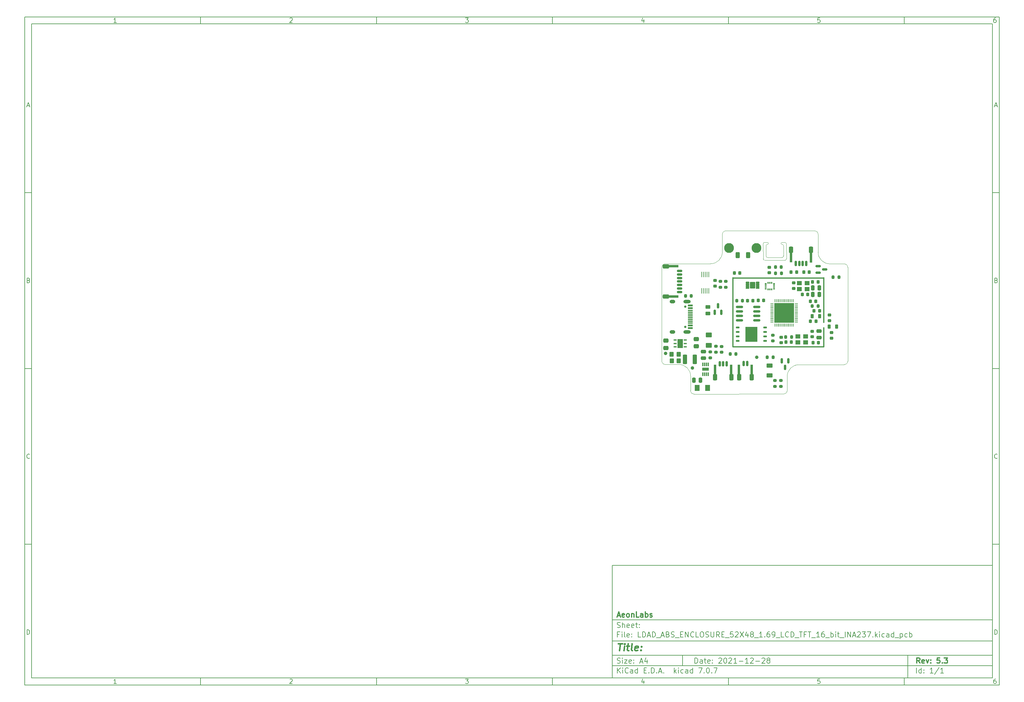
<source format=gbr>
G04 #@! TF.GenerationSoftware,KiCad,Pcbnew,7.0.7*
G04 #@! TF.CreationDate,2023-10-12T17:33:54+02:00*
G04 #@! TF.ProjectId,LDAD_ABS_ENCLOSURE_52X48_1.69_LCD_TFT_16_bit_INA237,4c444144-5f41-4425-935f-454e434c4f53,5.3*
G04 #@! TF.SameCoordinates,Original*
G04 #@! TF.FileFunction,Soldermask,Top*
G04 #@! TF.FilePolarity,Negative*
%FSLAX46Y46*%
G04 Gerber Fmt 4.6, Leading zero omitted, Abs format (unit mm)*
G04 Created by KiCad (PCBNEW 7.0.7) date 2023-10-12 17:33:54*
%MOMM*%
%LPD*%
G01*
G04 APERTURE LIST*
G04 Aperture macros list*
%AMRoundRect*
0 Rectangle with rounded corners*
0 $1 Rounding radius*
0 $2 $3 $4 $5 $6 $7 $8 $9 X,Y pos of 4 corners*
0 Add a 4 corners polygon primitive as box body*
4,1,4,$2,$3,$4,$5,$6,$7,$8,$9,$2,$3,0*
0 Add four circle primitives for the rounded corners*
1,1,$1+$1,$2,$3*
1,1,$1+$1,$4,$5*
1,1,$1+$1,$6,$7*
1,1,$1+$1,$8,$9*
0 Add four rect primitives between the rounded corners*
20,1,$1+$1,$2,$3,$4,$5,0*
20,1,$1+$1,$4,$5,$6,$7,0*
20,1,$1+$1,$6,$7,$8,$9,0*
20,1,$1+$1,$8,$9,$2,$3,0*%
G04 Aperture macros list end*
%ADD10C,0.100000*%
%ADD11C,0.150000*%
%ADD12C,0.300000*%
%ADD13C,0.400000*%
%ADD14RoundRect,0.150000X-0.150000X0.587500X-0.150000X-0.587500X0.150000X-0.587500X0.150000X0.587500X0*%
%ADD15RoundRect,0.200000X-0.275000X0.200000X-0.275000X-0.200000X0.275000X-0.200000X0.275000X0.200000X0*%
%ADD16RoundRect,0.250000X-0.350000X-0.450000X0.350000X-0.450000X0.350000X0.450000X-0.350000X0.450000X0*%
%ADD17RoundRect,0.250000X0.475000X-0.250000X0.475000X0.250000X-0.475000X0.250000X-0.475000X-0.250000X0*%
%ADD18R,0.800000X4.500000*%
%ADD19RoundRect,0.150000X-0.150000X-0.625000X0.150000X-0.625000X0.150000X0.625000X-0.150000X0.625000X0*%
%ADD20RoundRect,0.250000X-0.350000X-0.650000X0.350000X-0.650000X0.350000X0.650000X-0.350000X0.650000X0*%
%ADD21RoundRect,0.225000X0.250000X-0.225000X0.250000X0.225000X-0.250000X0.225000X-0.250000X-0.225000X0*%
%ADD22RoundRect,0.150000X-0.625000X0.150000X-0.625000X-0.150000X0.625000X-0.150000X0.625000X0.150000X0*%
%ADD23RoundRect,0.250000X-0.650000X0.350000X-0.650000X-0.350000X0.650000X-0.350000X0.650000X0.350000X0*%
%ADD24RoundRect,0.200000X0.200000X0.275000X-0.200000X0.275000X-0.200000X-0.275000X0.200000X-0.275000X0*%
%ADD25R,0.840000X0.420000*%
%ADD26R,1.600000X2.500000*%
%ADD27RoundRect,0.225000X-0.225000X-0.250000X0.225000X-0.250000X0.225000X0.250000X-0.225000X0.250000X0*%
%ADD28RoundRect,0.225000X-0.250000X0.225000X-0.250000X-0.225000X0.250000X-0.225000X0.250000X0.225000X0*%
%ADD29RoundRect,0.012000X-0.138000X0.468000X-0.138000X-0.468000X0.138000X-0.468000X0.138000X0.468000X0*%
%ADD30R,1.941316X0.920000*%
%ADD31RoundRect,0.225000X0.225000X0.250000X-0.225000X0.250000X-0.225000X-0.250000X0.225000X-0.250000X0*%
%ADD32RoundRect,0.200000X0.275000X-0.200000X0.275000X0.200000X-0.275000X0.200000X-0.275000X-0.200000X0*%
%ADD33RoundRect,0.150000X0.150000X-0.587500X0.150000X0.587500X-0.150000X0.587500X-0.150000X-0.587500X0*%
%ADD34RoundRect,0.250000X0.475000X-0.337500X0.475000X0.337500X-0.475000X0.337500X-0.475000X-0.337500X0*%
%ADD35C,1.000000*%
%ADD36RoundRect,0.200000X-0.200000X-0.275000X0.200000X-0.275000X0.200000X0.275000X-0.200000X0.275000X0*%
%ADD37RoundRect,0.250000X0.375000X1.075000X-0.375000X1.075000X-0.375000X-1.075000X0.375000X-1.075000X0*%
%ADD38R,0.580000X0.350000*%
%ADD39R,0.350000X0.580000*%
%ADD40RoundRect,0.100000X-0.100000X2.750000X-0.100000X-2.750000X0.100000X-2.750000X0.100000X2.750000X0*%
%ADD41RoundRect,0.100000X-0.100000X6.400000X-0.100000X-6.400000X0.100000X-6.400000X0.100000X6.400000X0*%
%ADD42RoundRect,0.102500X12.887500X0.102500X-12.887500X0.102500X-12.887500X-0.102500X12.887500X-0.102500X0*%
%ADD43RoundRect,0.097500X12.887500X0.097500X-12.887500X0.097500X-12.887500X-0.097500X12.887500X-0.097500X0*%
%ADD44RoundRect,0.102500X-0.102500X9.867500X-0.102500X-9.867500X0.102500X-9.867500X0.102500X9.867500X0*%
%ADD45RoundRect,0.050000X0.387500X0.050000X-0.387500X0.050000X-0.387500X-0.050000X0.387500X-0.050000X0*%
%ADD46RoundRect,0.050000X0.050000X0.387500X-0.050000X0.387500X-0.050000X-0.387500X0.050000X-0.387500X0*%
%ADD47R,5.600000X5.600000*%
%ADD48RoundRect,0.250000X-0.475000X0.250000X-0.475000X-0.250000X0.475000X-0.250000X0.475000X0.250000X0*%
%ADD49RoundRect,0.150000X-0.587500X-0.150000X0.587500X-0.150000X0.587500X0.150000X-0.587500X0.150000X0*%
%ADD50RoundRect,0.250000X0.250000X0.475000X-0.250000X0.475000X-0.250000X-0.475000X0.250000X-0.475000X0*%
%ADD51RoundRect,0.250001X0.624999X-0.462499X0.624999X0.462499X-0.624999X0.462499X-0.624999X-0.462499X0*%
%ADD52RoundRect,0.150000X-0.825000X-0.150000X0.825000X-0.150000X0.825000X0.150000X-0.825000X0.150000X0*%
%ADD53R,1.400000X1.200000*%
%ADD54RoundRect,0.250000X-0.625000X0.375000X-0.625000X-0.375000X0.625000X-0.375000X0.625000X0.375000X0*%
%ADD55RoundRect,0.218750X0.218750X0.381250X-0.218750X0.381250X-0.218750X-0.381250X0.218750X-0.381250X0*%
%ADD56RoundRect,0.250000X-0.475000X0.337500X-0.475000X-0.337500X0.475000X-0.337500X0.475000X0.337500X0*%
%ADD57RoundRect,0.250000X-0.312500X-0.625000X0.312500X-0.625000X0.312500X0.625000X-0.312500X0.625000X0*%
%ADD58R,0.279400X1.536700*%
%ADD59RoundRect,0.150000X0.150000X0.625000X-0.150000X0.625000X-0.150000X-0.625000X0.150000X-0.625000X0*%
%ADD60RoundRect,0.250000X0.350000X0.650000X-0.350000X0.650000X-0.350000X-0.650000X0.350000X-0.650000X0*%
%ADD61RoundRect,0.102000X-0.425000X-0.150000X0.425000X-0.150000X0.425000X0.150000X-0.425000X0.150000X0*%
%ADD62RoundRect,0.102000X-0.700000X-0.800000X0.700000X-0.800000X0.700000X0.800000X-0.700000X0.800000X0*%
%ADD63C,2.800000*%
%ADD64RoundRect,0.250000X-0.250000X-0.475000X0.250000X-0.475000X0.250000X0.475000X-0.250000X0.475000X0*%
%ADD65C,0.650000*%
%ADD66R,1.450000X0.600000*%
%ADD67R,1.450000X0.300000*%
%ADD68O,2.100000X1.000000*%
%ADD69O,1.600000X1.000000*%
%ADD70RoundRect,0.250000X0.450000X-0.262500X0.450000X0.262500X-0.450000X0.262500X-0.450000X-0.262500X0*%
%ADD71R,4.500000X0.800000*%
%ADD72RoundRect,0.250000X0.350000X0.450000X-0.350000X0.450000X-0.350000X-0.450000X0.350000X-0.450000X0*%
%ADD73RoundRect,0.066000X-0.404000X-0.154000X0.404000X-0.154000X0.404000X0.154000X-0.404000X0.154000X0*%
%ADD74R,3.400000X4.300000*%
%ADD75RoundRect,0.250001X-0.462499X-0.624999X0.462499X-0.624999X0.462499X0.624999X-0.462499X0.624999X0*%
G04 #@! TA.AperFunction,Profile*
%ADD76C,0.100000*%
G04 #@! TD*
G04 #@! TA.AperFunction,Profile*
%ADD77C,0.120000*%
G04 #@! TD*
G04 APERTURE END LIST*
D10*
D11*
X177002200Y-166007200D02*
X285002200Y-166007200D01*
X285002200Y-198007200D01*
X177002200Y-198007200D01*
X177002200Y-166007200D01*
D10*
D11*
X10000000Y-10000000D02*
X287002200Y-10000000D01*
X287002200Y-200007200D01*
X10000000Y-200007200D01*
X10000000Y-10000000D01*
D10*
D11*
X12000000Y-12000000D02*
X285002200Y-12000000D01*
X285002200Y-198007200D01*
X12000000Y-198007200D01*
X12000000Y-12000000D01*
D10*
D11*
X60000000Y-12000000D02*
X60000000Y-10000000D01*
D10*
D11*
X110000000Y-12000000D02*
X110000000Y-10000000D01*
D10*
D11*
X160000000Y-12000000D02*
X160000000Y-10000000D01*
D10*
D11*
X210000000Y-12000000D02*
X210000000Y-10000000D01*
D10*
D11*
X260000000Y-12000000D02*
X260000000Y-10000000D01*
D10*
D11*
X36089160Y-11593604D02*
X35346303Y-11593604D01*
X35717731Y-11593604D02*
X35717731Y-10293604D01*
X35717731Y-10293604D02*
X35593922Y-10479319D01*
X35593922Y-10479319D02*
X35470112Y-10603128D01*
X35470112Y-10603128D02*
X35346303Y-10665033D01*
D10*
D11*
X85346303Y-10417414D02*
X85408207Y-10355509D01*
X85408207Y-10355509D02*
X85532017Y-10293604D01*
X85532017Y-10293604D02*
X85841541Y-10293604D01*
X85841541Y-10293604D02*
X85965350Y-10355509D01*
X85965350Y-10355509D02*
X86027255Y-10417414D01*
X86027255Y-10417414D02*
X86089160Y-10541223D01*
X86089160Y-10541223D02*
X86089160Y-10665033D01*
X86089160Y-10665033D02*
X86027255Y-10850747D01*
X86027255Y-10850747D02*
X85284398Y-11593604D01*
X85284398Y-11593604D02*
X86089160Y-11593604D01*
D10*
D11*
X135284398Y-10293604D02*
X136089160Y-10293604D01*
X136089160Y-10293604D02*
X135655826Y-10788842D01*
X135655826Y-10788842D02*
X135841541Y-10788842D01*
X135841541Y-10788842D02*
X135965350Y-10850747D01*
X135965350Y-10850747D02*
X136027255Y-10912652D01*
X136027255Y-10912652D02*
X136089160Y-11036461D01*
X136089160Y-11036461D02*
X136089160Y-11345985D01*
X136089160Y-11345985D02*
X136027255Y-11469795D01*
X136027255Y-11469795D02*
X135965350Y-11531700D01*
X135965350Y-11531700D02*
X135841541Y-11593604D01*
X135841541Y-11593604D02*
X135470112Y-11593604D01*
X135470112Y-11593604D02*
X135346303Y-11531700D01*
X135346303Y-11531700D02*
X135284398Y-11469795D01*
D10*
D11*
X185965350Y-10726938D02*
X185965350Y-11593604D01*
X185655826Y-10231700D02*
X185346303Y-11160271D01*
X185346303Y-11160271D02*
X186151064Y-11160271D01*
D10*
D11*
X236027255Y-10293604D02*
X235408207Y-10293604D01*
X235408207Y-10293604D02*
X235346303Y-10912652D01*
X235346303Y-10912652D02*
X235408207Y-10850747D01*
X235408207Y-10850747D02*
X235532017Y-10788842D01*
X235532017Y-10788842D02*
X235841541Y-10788842D01*
X235841541Y-10788842D02*
X235965350Y-10850747D01*
X235965350Y-10850747D02*
X236027255Y-10912652D01*
X236027255Y-10912652D02*
X236089160Y-11036461D01*
X236089160Y-11036461D02*
X236089160Y-11345985D01*
X236089160Y-11345985D02*
X236027255Y-11469795D01*
X236027255Y-11469795D02*
X235965350Y-11531700D01*
X235965350Y-11531700D02*
X235841541Y-11593604D01*
X235841541Y-11593604D02*
X235532017Y-11593604D01*
X235532017Y-11593604D02*
X235408207Y-11531700D01*
X235408207Y-11531700D02*
X235346303Y-11469795D01*
D10*
D11*
X285965350Y-10293604D02*
X285717731Y-10293604D01*
X285717731Y-10293604D02*
X285593922Y-10355509D01*
X285593922Y-10355509D02*
X285532017Y-10417414D01*
X285532017Y-10417414D02*
X285408207Y-10603128D01*
X285408207Y-10603128D02*
X285346303Y-10850747D01*
X285346303Y-10850747D02*
X285346303Y-11345985D01*
X285346303Y-11345985D02*
X285408207Y-11469795D01*
X285408207Y-11469795D02*
X285470112Y-11531700D01*
X285470112Y-11531700D02*
X285593922Y-11593604D01*
X285593922Y-11593604D02*
X285841541Y-11593604D01*
X285841541Y-11593604D02*
X285965350Y-11531700D01*
X285965350Y-11531700D02*
X286027255Y-11469795D01*
X286027255Y-11469795D02*
X286089160Y-11345985D01*
X286089160Y-11345985D02*
X286089160Y-11036461D01*
X286089160Y-11036461D02*
X286027255Y-10912652D01*
X286027255Y-10912652D02*
X285965350Y-10850747D01*
X285965350Y-10850747D02*
X285841541Y-10788842D01*
X285841541Y-10788842D02*
X285593922Y-10788842D01*
X285593922Y-10788842D02*
X285470112Y-10850747D01*
X285470112Y-10850747D02*
X285408207Y-10912652D01*
X285408207Y-10912652D02*
X285346303Y-11036461D01*
D10*
D11*
X60000000Y-198007200D02*
X60000000Y-200007200D01*
D10*
D11*
X110000000Y-198007200D02*
X110000000Y-200007200D01*
D10*
D11*
X160000000Y-198007200D02*
X160000000Y-200007200D01*
D10*
D11*
X210000000Y-198007200D02*
X210000000Y-200007200D01*
D10*
D11*
X260000000Y-198007200D02*
X260000000Y-200007200D01*
D10*
D11*
X36089160Y-199600804D02*
X35346303Y-199600804D01*
X35717731Y-199600804D02*
X35717731Y-198300804D01*
X35717731Y-198300804D02*
X35593922Y-198486519D01*
X35593922Y-198486519D02*
X35470112Y-198610328D01*
X35470112Y-198610328D02*
X35346303Y-198672233D01*
D10*
D11*
X85346303Y-198424614D02*
X85408207Y-198362709D01*
X85408207Y-198362709D02*
X85532017Y-198300804D01*
X85532017Y-198300804D02*
X85841541Y-198300804D01*
X85841541Y-198300804D02*
X85965350Y-198362709D01*
X85965350Y-198362709D02*
X86027255Y-198424614D01*
X86027255Y-198424614D02*
X86089160Y-198548423D01*
X86089160Y-198548423D02*
X86089160Y-198672233D01*
X86089160Y-198672233D02*
X86027255Y-198857947D01*
X86027255Y-198857947D02*
X85284398Y-199600804D01*
X85284398Y-199600804D02*
X86089160Y-199600804D01*
D10*
D11*
X135284398Y-198300804D02*
X136089160Y-198300804D01*
X136089160Y-198300804D02*
X135655826Y-198796042D01*
X135655826Y-198796042D02*
X135841541Y-198796042D01*
X135841541Y-198796042D02*
X135965350Y-198857947D01*
X135965350Y-198857947D02*
X136027255Y-198919852D01*
X136027255Y-198919852D02*
X136089160Y-199043661D01*
X136089160Y-199043661D02*
X136089160Y-199353185D01*
X136089160Y-199353185D02*
X136027255Y-199476995D01*
X136027255Y-199476995D02*
X135965350Y-199538900D01*
X135965350Y-199538900D02*
X135841541Y-199600804D01*
X135841541Y-199600804D02*
X135470112Y-199600804D01*
X135470112Y-199600804D02*
X135346303Y-199538900D01*
X135346303Y-199538900D02*
X135284398Y-199476995D01*
D10*
D11*
X185965350Y-198734138D02*
X185965350Y-199600804D01*
X185655826Y-198238900D02*
X185346303Y-199167471D01*
X185346303Y-199167471D02*
X186151064Y-199167471D01*
D10*
D11*
X236027255Y-198300804D02*
X235408207Y-198300804D01*
X235408207Y-198300804D02*
X235346303Y-198919852D01*
X235346303Y-198919852D02*
X235408207Y-198857947D01*
X235408207Y-198857947D02*
X235532017Y-198796042D01*
X235532017Y-198796042D02*
X235841541Y-198796042D01*
X235841541Y-198796042D02*
X235965350Y-198857947D01*
X235965350Y-198857947D02*
X236027255Y-198919852D01*
X236027255Y-198919852D02*
X236089160Y-199043661D01*
X236089160Y-199043661D02*
X236089160Y-199353185D01*
X236089160Y-199353185D02*
X236027255Y-199476995D01*
X236027255Y-199476995D02*
X235965350Y-199538900D01*
X235965350Y-199538900D02*
X235841541Y-199600804D01*
X235841541Y-199600804D02*
X235532017Y-199600804D01*
X235532017Y-199600804D02*
X235408207Y-199538900D01*
X235408207Y-199538900D02*
X235346303Y-199476995D01*
D10*
D11*
X285965350Y-198300804D02*
X285717731Y-198300804D01*
X285717731Y-198300804D02*
X285593922Y-198362709D01*
X285593922Y-198362709D02*
X285532017Y-198424614D01*
X285532017Y-198424614D02*
X285408207Y-198610328D01*
X285408207Y-198610328D02*
X285346303Y-198857947D01*
X285346303Y-198857947D02*
X285346303Y-199353185D01*
X285346303Y-199353185D02*
X285408207Y-199476995D01*
X285408207Y-199476995D02*
X285470112Y-199538900D01*
X285470112Y-199538900D02*
X285593922Y-199600804D01*
X285593922Y-199600804D02*
X285841541Y-199600804D01*
X285841541Y-199600804D02*
X285965350Y-199538900D01*
X285965350Y-199538900D02*
X286027255Y-199476995D01*
X286027255Y-199476995D02*
X286089160Y-199353185D01*
X286089160Y-199353185D02*
X286089160Y-199043661D01*
X286089160Y-199043661D02*
X286027255Y-198919852D01*
X286027255Y-198919852D02*
X285965350Y-198857947D01*
X285965350Y-198857947D02*
X285841541Y-198796042D01*
X285841541Y-198796042D02*
X285593922Y-198796042D01*
X285593922Y-198796042D02*
X285470112Y-198857947D01*
X285470112Y-198857947D02*
X285408207Y-198919852D01*
X285408207Y-198919852D02*
X285346303Y-199043661D01*
D10*
D11*
X10000000Y-60000000D02*
X12000000Y-60000000D01*
D10*
D11*
X10000000Y-110000000D02*
X12000000Y-110000000D01*
D10*
D11*
X10000000Y-160000000D02*
X12000000Y-160000000D01*
D10*
D11*
X10690476Y-35222176D02*
X11309523Y-35222176D01*
X10566666Y-35593604D02*
X10999999Y-34293604D01*
X10999999Y-34293604D02*
X11433333Y-35593604D01*
D10*
D11*
X11092857Y-84912652D02*
X11278571Y-84974557D01*
X11278571Y-84974557D02*
X11340476Y-85036461D01*
X11340476Y-85036461D02*
X11402380Y-85160271D01*
X11402380Y-85160271D02*
X11402380Y-85345985D01*
X11402380Y-85345985D02*
X11340476Y-85469795D01*
X11340476Y-85469795D02*
X11278571Y-85531700D01*
X11278571Y-85531700D02*
X11154761Y-85593604D01*
X11154761Y-85593604D02*
X10659523Y-85593604D01*
X10659523Y-85593604D02*
X10659523Y-84293604D01*
X10659523Y-84293604D02*
X11092857Y-84293604D01*
X11092857Y-84293604D02*
X11216666Y-84355509D01*
X11216666Y-84355509D02*
X11278571Y-84417414D01*
X11278571Y-84417414D02*
X11340476Y-84541223D01*
X11340476Y-84541223D02*
X11340476Y-84665033D01*
X11340476Y-84665033D02*
X11278571Y-84788842D01*
X11278571Y-84788842D02*
X11216666Y-84850747D01*
X11216666Y-84850747D02*
X11092857Y-84912652D01*
X11092857Y-84912652D02*
X10659523Y-84912652D01*
D10*
D11*
X11402380Y-135469795D02*
X11340476Y-135531700D01*
X11340476Y-135531700D02*
X11154761Y-135593604D01*
X11154761Y-135593604D02*
X11030952Y-135593604D01*
X11030952Y-135593604D02*
X10845238Y-135531700D01*
X10845238Y-135531700D02*
X10721428Y-135407890D01*
X10721428Y-135407890D02*
X10659523Y-135284080D01*
X10659523Y-135284080D02*
X10597619Y-135036461D01*
X10597619Y-135036461D02*
X10597619Y-134850747D01*
X10597619Y-134850747D02*
X10659523Y-134603128D01*
X10659523Y-134603128D02*
X10721428Y-134479319D01*
X10721428Y-134479319D02*
X10845238Y-134355509D01*
X10845238Y-134355509D02*
X11030952Y-134293604D01*
X11030952Y-134293604D02*
X11154761Y-134293604D01*
X11154761Y-134293604D02*
X11340476Y-134355509D01*
X11340476Y-134355509D02*
X11402380Y-134417414D01*
D10*
D11*
X10659523Y-185593604D02*
X10659523Y-184293604D01*
X10659523Y-184293604D02*
X10969047Y-184293604D01*
X10969047Y-184293604D02*
X11154761Y-184355509D01*
X11154761Y-184355509D02*
X11278571Y-184479319D01*
X11278571Y-184479319D02*
X11340476Y-184603128D01*
X11340476Y-184603128D02*
X11402380Y-184850747D01*
X11402380Y-184850747D02*
X11402380Y-185036461D01*
X11402380Y-185036461D02*
X11340476Y-185284080D01*
X11340476Y-185284080D02*
X11278571Y-185407890D01*
X11278571Y-185407890D02*
X11154761Y-185531700D01*
X11154761Y-185531700D02*
X10969047Y-185593604D01*
X10969047Y-185593604D02*
X10659523Y-185593604D01*
D10*
D11*
X287002200Y-60000000D02*
X285002200Y-60000000D01*
D10*
D11*
X287002200Y-110000000D02*
X285002200Y-110000000D01*
D10*
D11*
X287002200Y-160000000D02*
X285002200Y-160000000D01*
D10*
D11*
X285692676Y-35222176D02*
X286311723Y-35222176D01*
X285568866Y-35593604D02*
X286002199Y-34293604D01*
X286002199Y-34293604D02*
X286435533Y-35593604D01*
D10*
D11*
X286095057Y-84912652D02*
X286280771Y-84974557D01*
X286280771Y-84974557D02*
X286342676Y-85036461D01*
X286342676Y-85036461D02*
X286404580Y-85160271D01*
X286404580Y-85160271D02*
X286404580Y-85345985D01*
X286404580Y-85345985D02*
X286342676Y-85469795D01*
X286342676Y-85469795D02*
X286280771Y-85531700D01*
X286280771Y-85531700D02*
X286156961Y-85593604D01*
X286156961Y-85593604D02*
X285661723Y-85593604D01*
X285661723Y-85593604D02*
X285661723Y-84293604D01*
X285661723Y-84293604D02*
X286095057Y-84293604D01*
X286095057Y-84293604D02*
X286218866Y-84355509D01*
X286218866Y-84355509D02*
X286280771Y-84417414D01*
X286280771Y-84417414D02*
X286342676Y-84541223D01*
X286342676Y-84541223D02*
X286342676Y-84665033D01*
X286342676Y-84665033D02*
X286280771Y-84788842D01*
X286280771Y-84788842D02*
X286218866Y-84850747D01*
X286218866Y-84850747D02*
X286095057Y-84912652D01*
X286095057Y-84912652D02*
X285661723Y-84912652D01*
D10*
D11*
X286404580Y-135469795D02*
X286342676Y-135531700D01*
X286342676Y-135531700D02*
X286156961Y-135593604D01*
X286156961Y-135593604D02*
X286033152Y-135593604D01*
X286033152Y-135593604D02*
X285847438Y-135531700D01*
X285847438Y-135531700D02*
X285723628Y-135407890D01*
X285723628Y-135407890D02*
X285661723Y-135284080D01*
X285661723Y-135284080D02*
X285599819Y-135036461D01*
X285599819Y-135036461D02*
X285599819Y-134850747D01*
X285599819Y-134850747D02*
X285661723Y-134603128D01*
X285661723Y-134603128D02*
X285723628Y-134479319D01*
X285723628Y-134479319D02*
X285847438Y-134355509D01*
X285847438Y-134355509D02*
X286033152Y-134293604D01*
X286033152Y-134293604D02*
X286156961Y-134293604D01*
X286156961Y-134293604D02*
X286342676Y-134355509D01*
X286342676Y-134355509D02*
X286404580Y-134417414D01*
D10*
D11*
X285661723Y-185593604D02*
X285661723Y-184293604D01*
X285661723Y-184293604D02*
X285971247Y-184293604D01*
X285971247Y-184293604D02*
X286156961Y-184355509D01*
X286156961Y-184355509D02*
X286280771Y-184479319D01*
X286280771Y-184479319D02*
X286342676Y-184603128D01*
X286342676Y-184603128D02*
X286404580Y-184850747D01*
X286404580Y-184850747D02*
X286404580Y-185036461D01*
X286404580Y-185036461D02*
X286342676Y-185284080D01*
X286342676Y-185284080D02*
X286280771Y-185407890D01*
X286280771Y-185407890D02*
X286156961Y-185531700D01*
X286156961Y-185531700D02*
X285971247Y-185593604D01*
X285971247Y-185593604D02*
X285661723Y-185593604D01*
D10*
D11*
X200458026Y-193793328D02*
X200458026Y-192293328D01*
X200458026Y-192293328D02*
X200815169Y-192293328D01*
X200815169Y-192293328D02*
X201029455Y-192364757D01*
X201029455Y-192364757D02*
X201172312Y-192507614D01*
X201172312Y-192507614D02*
X201243741Y-192650471D01*
X201243741Y-192650471D02*
X201315169Y-192936185D01*
X201315169Y-192936185D02*
X201315169Y-193150471D01*
X201315169Y-193150471D02*
X201243741Y-193436185D01*
X201243741Y-193436185D02*
X201172312Y-193579042D01*
X201172312Y-193579042D02*
X201029455Y-193721900D01*
X201029455Y-193721900D02*
X200815169Y-193793328D01*
X200815169Y-193793328D02*
X200458026Y-193793328D01*
X202600884Y-193793328D02*
X202600884Y-193007614D01*
X202600884Y-193007614D02*
X202529455Y-192864757D01*
X202529455Y-192864757D02*
X202386598Y-192793328D01*
X202386598Y-192793328D02*
X202100884Y-192793328D01*
X202100884Y-192793328D02*
X201958026Y-192864757D01*
X202600884Y-193721900D02*
X202458026Y-193793328D01*
X202458026Y-193793328D02*
X202100884Y-193793328D01*
X202100884Y-193793328D02*
X201958026Y-193721900D01*
X201958026Y-193721900D02*
X201886598Y-193579042D01*
X201886598Y-193579042D02*
X201886598Y-193436185D01*
X201886598Y-193436185D02*
X201958026Y-193293328D01*
X201958026Y-193293328D02*
X202100884Y-193221900D01*
X202100884Y-193221900D02*
X202458026Y-193221900D01*
X202458026Y-193221900D02*
X202600884Y-193150471D01*
X203100884Y-192793328D02*
X203672312Y-192793328D01*
X203315169Y-192293328D02*
X203315169Y-193579042D01*
X203315169Y-193579042D02*
X203386598Y-193721900D01*
X203386598Y-193721900D02*
X203529455Y-193793328D01*
X203529455Y-193793328D02*
X203672312Y-193793328D01*
X204743741Y-193721900D02*
X204600884Y-193793328D01*
X204600884Y-193793328D02*
X204315170Y-193793328D01*
X204315170Y-193793328D02*
X204172312Y-193721900D01*
X204172312Y-193721900D02*
X204100884Y-193579042D01*
X204100884Y-193579042D02*
X204100884Y-193007614D01*
X204100884Y-193007614D02*
X204172312Y-192864757D01*
X204172312Y-192864757D02*
X204315170Y-192793328D01*
X204315170Y-192793328D02*
X204600884Y-192793328D01*
X204600884Y-192793328D02*
X204743741Y-192864757D01*
X204743741Y-192864757D02*
X204815170Y-193007614D01*
X204815170Y-193007614D02*
X204815170Y-193150471D01*
X204815170Y-193150471D02*
X204100884Y-193293328D01*
X205458026Y-193650471D02*
X205529455Y-193721900D01*
X205529455Y-193721900D02*
X205458026Y-193793328D01*
X205458026Y-193793328D02*
X205386598Y-193721900D01*
X205386598Y-193721900D02*
X205458026Y-193650471D01*
X205458026Y-193650471D02*
X205458026Y-193793328D01*
X205458026Y-192864757D02*
X205529455Y-192936185D01*
X205529455Y-192936185D02*
X205458026Y-193007614D01*
X205458026Y-193007614D02*
X205386598Y-192936185D01*
X205386598Y-192936185D02*
X205458026Y-192864757D01*
X205458026Y-192864757D02*
X205458026Y-193007614D01*
X207243741Y-192436185D02*
X207315169Y-192364757D01*
X207315169Y-192364757D02*
X207458027Y-192293328D01*
X207458027Y-192293328D02*
X207815169Y-192293328D01*
X207815169Y-192293328D02*
X207958027Y-192364757D01*
X207958027Y-192364757D02*
X208029455Y-192436185D01*
X208029455Y-192436185D02*
X208100884Y-192579042D01*
X208100884Y-192579042D02*
X208100884Y-192721900D01*
X208100884Y-192721900D02*
X208029455Y-192936185D01*
X208029455Y-192936185D02*
X207172312Y-193793328D01*
X207172312Y-193793328D02*
X208100884Y-193793328D01*
X209029455Y-192293328D02*
X209172312Y-192293328D01*
X209172312Y-192293328D02*
X209315169Y-192364757D01*
X209315169Y-192364757D02*
X209386598Y-192436185D01*
X209386598Y-192436185D02*
X209458026Y-192579042D01*
X209458026Y-192579042D02*
X209529455Y-192864757D01*
X209529455Y-192864757D02*
X209529455Y-193221900D01*
X209529455Y-193221900D02*
X209458026Y-193507614D01*
X209458026Y-193507614D02*
X209386598Y-193650471D01*
X209386598Y-193650471D02*
X209315169Y-193721900D01*
X209315169Y-193721900D02*
X209172312Y-193793328D01*
X209172312Y-193793328D02*
X209029455Y-193793328D01*
X209029455Y-193793328D02*
X208886598Y-193721900D01*
X208886598Y-193721900D02*
X208815169Y-193650471D01*
X208815169Y-193650471D02*
X208743740Y-193507614D01*
X208743740Y-193507614D02*
X208672312Y-193221900D01*
X208672312Y-193221900D02*
X208672312Y-192864757D01*
X208672312Y-192864757D02*
X208743740Y-192579042D01*
X208743740Y-192579042D02*
X208815169Y-192436185D01*
X208815169Y-192436185D02*
X208886598Y-192364757D01*
X208886598Y-192364757D02*
X209029455Y-192293328D01*
X210100883Y-192436185D02*
X210172311Y-192364757D01*
X210172311Y-192364757D02*
X210315169Y-192293328D01*
X210315169Y-192293328D02*
X210672311Y-192293328D01*
X210672311Y-192293328D02*
X210815169Y-192364757D01*
X210815169Y-192364757D02*
X210886597Y-192436185D01*
X210886597Y-192436185D02*
X210958026Y-192579042D01*
X210958026Y-192579042D02*
X210958026Y-192721900D01*
X210958026Y-192721900D02*
X210886597Y-192936185D01*
X210886597Y-192936185D02*
X210029454Y-193793328D01*
X210029454Y-193793328D02*
X210958026Y-193793328D01*
X212386597Y-193793328D02*
X211529454Y-193793328D01*
X211958025Y-193793328D02*
X211958025Y-192293328D01*
X211958025Y-192293328D02*
X211815168Y-192507614D01*
X211815168Y-192507614D02*
X211672311Y-192650471D01*
X211672311Y-192650471D02*
X211529454Y-192721900D01*
X213029453Y-193221900D02*
X214172311Y-193221900D01*
X215672311Y-193793328D02*
X214815168Y-193793328D01*
X215243739Y-193793328D02*
X215243739Y-192293328D01*
X215243739Y-192293328D02*
X215100882Y-192507614D01*
X215100882Y-192507614D02*
X214958025Y-192650471D01*
X214958025Y-192650471D02*
X214815168Y-192721900D01*
X216243739Y-192436185D02*
X216315167Y-192364757D01*
X216315167Y-192364757D02*
X216458025Y-192293328D01*
X216458025Y-192293328D02*
X216815167Y-192293328D01*
X216815167Y-192293328D02*
X216958025Y-192364757D01*
X216958025Y-192364757D02*
X217029453Y-192436185D01*
X217029453Y-192436185D02*
X217100882Y-192579042D01*
X217100882Y-192579042D02*
X217100882Y-192721900D01*
X217100882Y-192721900D02*
X217029453Y-192936185D01*
X217029453Y-192936185D02*
X216172310Y-193793328D01*
X216172310Y-193793328D02*
X217100882Y-193793328D01*
X217743738Y-193221900D02*
X218886596Y-193221900D01*
X219529453Y-192436185D02*
X219600881Y-192364757D01*
X219600881Y-192364757D02*
X219743739Y-192293328D01*
X219743739Y-192293328D02*
X220100881Y-192293328D01*
X220100881Y-192293328D02*
X220243739Y-192364757D01*
X220243739Y-192364757D02*
X220315167Y-192436185D01*
X220315167Y-192436185D02*
X220386596Y-192579042D01*
X220386596Y-192579042D02*
X220386596Y-192721900D01*
X220386596Y-192721900D02*
X220315167Y-192936185D01*
X220315167Y-192936185D02*
X219458024Y-193793328D01*
X219458024Y-193793328D02*
X220386596Y-193793328D01*
X221243738Y-192936185D02*
X221100881Y-192864757D01*
X221100881Y-192864757D02*
X221029452Y-192793328D01*
X221029452Y-192793328D02*
X220958024Y-192650471D01*
X220958024Y-192650471D02*
X220958024Y-192579042D01*
X220958024Y-192579042D02*
X221029452Y-192436185D01*
X221029452Y-192436185D02*
X221100881Y-192364757D01*
X221100881Y-192364757D02*
X221243738Y-192293328D01*
X221243738Y-192293328D02*
X221529452Y-192293328D01*
X221529452Y-192293328D02*
X221672310Y-192364757D01*
X221672310Y-192364757D02*
X221743738Y-192436185D01*
X221743738Y-192436185D02*
X221815167Y-192579042D01*
X221815167Y-192579042D02*
X221815167Y-192650471D01*
X221815167Y-192650471D02*
X221743738Y-192793328D01*
X221743738Y-192793328D02*
X221672310Y-192864757D01*
X221672310Y-192864757D02*
X221529452Y-192936185D01*
X221529452Y-192936185D02*
X221243738Y-192936185D01*
X221243738Y-192936185D02*
X221100881Y-193007614D01*
X221100881Y-193007614D02*
X221029452Y-193079042D01*
X221029452Y-193079042D02*
X220958024Y-193221900D01*
X220958024Y-193221900D02*
X220958024Y-193507614D01*
X220958024Y-193507614D02*
X221029452Y-193650471D01*
X221029452Y-193650471D02*
X221100881Y-193721900D01*
X221100881Y-193721900D02*
X221243738Y-193793328D01*
X221243738Y-193793328D02*
X221529452Y-193793328D01*
X221529452Y-193793328D02*
X221672310Y-193721900D01*
X221672310Y-193721900D02*
X221743738Y-193650471D01*
X221743738Y-193650471D02*
X221815167Y-193507614D01*
X221815167Y-193507614D02*
X221815167Y-193221900D01*
X221815167Y-193221900D02*
X221743738Y-193079042D01*
X221743738Y-193079042D02*
X221672310Y-193007614D01*
X221672310Y-193007614D02*
X221529452Y-192936185D01*
D10*
D11*
X177002200Y-194507200D02*
X285002200Y-194507200D01*
D10*
D11*
X178458026Y-196593328D02*
X178458026Y-195093328D01*
X179315169Y-196593328D02*
X178672312Y-195736185D01*
X179315169Y-195093328D02*
X178458026Y-195950471D01*
X179958026Y-196593328D02*
X179958026Y-195593328D01*
X179958026Y-195093328D02*
X179886598Y-195164757D01*
X179886598Y-195164757D02*
X179958026Y-195236185D01*
X179958026Y-195236185D02*
X180029455Y-195164757D01*
X180029455Y-195164757D02*
X179958026Y-195093328D01*
X179958026Y-195093328D02*
X179958026Y-195236185D01*
X181529455Y-196450471D02*
X181458027Y-196521900D01*
X181458027Y-196521900D02*
X181243741Y-196593328D01*
X181243741Y-196593328D02*
X181100884Y-196593328D01*
X181100884Y-196593328D02*
X180886598Y-196521900D01*
X180886598Y-196521900D02*
X180743741Y-196379042D01*
X180743741Y-196379042D02*
X180672312Y-196236185D01*
X180672312Y-196236185D02*
X180600884Y-195950471D01*
X180600884Y-195950471D02*
X180600884Y-195736185D01*
X180600884Y-195736185D02*
X180672312Y-195450471D01*
X180672312Y-195450471D02*
X180743741Y-195307614D01*
X180743741Y-195307614D02*
X180886598Y-195164757D01*
X180886598Y-195164757D02*
X181100884Y-195093328D01*
X181100884Y-195093328D02*
X181243741Y-195093328D01*
X181243741Y-195093328D02*
X181458027Y-195164757D01*
X181458027Y-195164757D02*
X181529455Y-195236185D01*
X182815170Y-196593328D02*
X182815170Y-195807614D01*
X182815170Y-195807614D02*
X182743741Y-195664757D01*
X182743741Y-195664757D02*
X182600884Y-195593328D01*
X182600884Y-195593328D02*
X182315170Y-195593328D01*
X182315170Y-195593328D02*
X182172312Y-195664757D01*
X182815170Y-196521900D02*
X182672312Y-196593328D01*
X182672312Y-196593328D02*
X182315170Y-196593328D01*
X182315170Y-196593328D02*
X182172312Y-196521900D01*
X182172312Y-196521900D02*
X182100884Y-196379042D01*
X182100884Y-196379042D02*
X182100884Y-196236185D01*
X182100884Y-196236185D02*
X182172312Y-196093328D01*
X182172312Y-196093328D02*
X182315170Y-196021900D01*
X182315170Y-196021900D02*
X182672312Y-196021900D01*
X182672312Y-196021900D02*
X182815170Y-195950471D01*
X184172313Y-196593328D02*
X184172313Y-195093328D01*
X184172313Y-196521900D02*
X184029455Y-196593328D01*
X184029455Y-196593328D02*
X183743741Y-196593328D01*
X183743741Y-196593328D02*
X183600884Y-196521900D01*
X183600884Y-196521900D02*
X183529455Y-196450471D01*
X183529455Y-196450471D02*
X183458027Y-196307614D01*
X183458027Y-196307614D02*
X183458027Y-195879042D01*
X183458027Y-195879042D02*
X183529455Y-195736185D01*
X183529455Y-195736185D02*
X183600884Y-195664757D01*
X183600884Y-195664757D02*
X183743741Y-195593328D01*
X183743741Y-195593328D02*
X184029455Y-195593328D01*
X184029455Y-195593328D02*
X184172313Y-195664757D01*
X186029455Y-195807614D02*
X186529455Y-195807614D01*
X186743741Y-196593328D02*
X186029455Y-196593328D01*
X186029455Y-196593328D02*
X186029455Y-195093328D01*
X186029455Y-195093328D02*
X186743741Y-195093328D01*
X187386598Y-196450471D02*
X187458027Y-196521900D01*
X187458027Y-196521900D02*
X187386598Y-196593328D01*
X187386598Y-196593328D02*
X187315170Y-196521900D01*
X187315170Y-196521900D02*
X187386598Y-196450471D01*
X187386598Y-196450471D02*
X187386598Y-196593328D01*
X188100884Y-196593328D02*
X188100884Y-195093328D01*
X188100884Y-195093328D02*
X188458027Y-195093328D01*
X188458027Y-195093328D02*
X188672313Y-195164757D01*
X188672313Y-195164757D02*
X188815170Y-195307614D01*
X188815170Y-195307614D02*
X188886599Y-195450471D01*
X188886599Y-195450471D02*
X188958027Y-195736185D01*
X188958027Y-195736185D02*
X188958027Y-195950471D01*
X188958027Y-195950471D02*
X188886599Y-196236185D01*
X188886599Y-196236185D02*
X188815170Y-196379042D01*
X188815170Y-196379042D02*
X188672313Y-196521900D01*
X188672313Y-196521900D02*
X188458027Y-196593328D01*
X188458027Y-196593328D02*
X188100884Y-196593328D01*
X189600884Y-196450471D02*
X189672313Y-196521900D01*
X189672313Y-196521900D02*
X189600884Y-196593328D01*
X189600884Y-196593328D02*
X189529456Y-196521900D01*
X189529456Y-196521900D02*
X189600884Y-196450471D01*
X189600884Y-196450471D02*
X189600884Y-196593328D01*
X190243742Y-196164757D02*
X190958028Y-196164757D01*
X190100885Y-196593328D02*
X190600885Y-195093328D01*
X190600885Y-195093328D02*
X191100885Y-196593328D01*
X191600884Y-196450471D02*
X191672313Y-196521900D01*
X191672313Y-196521900D02*
X191600884Y-196593328D01*
X191600884Y-196593328D02*
X191529456Y-196521900D01*
X191529456Y-196521900D02*
X191600884Y-196450471D01*
X191600884Y-196450471D02*
X191600884Y-196593328D01*
X194600884Y-196593328D02*
X194600884Y-195093328D01*
X194743742Y-196021900D02*
X195172313Y-196593328D01*
X195172313Y-195593328D02*
X194600884Y-196164757D01*
X195815170Y-196593328D02*
X195815170Y-195593328D01*
X195815170Y-195093328D02*
X195743742Y-195164757D01*
X195743742Y-195164757D02*
X195815170Y-195236185D01*
X195815170Y-195236185D02*
X195886599Y-195164757D01*
X195886599Y-195164757D02*
X195815170Y-195093328D01*
X195815170Y-195093328D02*
X195815170Y-195236185D01*
X197172314Y-196521900D02*
X197029456Y-196593328D01*
X197029456Y-196593328D02*
X196743742Y-196593328D01*
X196743742Y-196593328D02*
X196600885Y-196521900D01*
X196600885Y-196521900D02*
X196529456Y-196450471D01*
X196529456Y-196450471D02*
X196458028Y-196307614D01*
X196458028Y-196307614D02*
X196458028Y-195879042D01*
X196458028Y-195879042D02*
X196529456Y-195736185D01*
X196529456Y-195736185D02*
X196600885Y-195664757D01*
X196600885Y-195664757D02*
X196743742Y-195593328D01*
X196743742Y-195593328D02*
X197029456Y-195593328D01*
X197029456Y-195593328D02*
X197172314Y-195664757D01*
X198458028Y-196593328D02*
X198458028Y-195807614D01*
X198458028Y-195807614D02*
X198386599Y-195664757D01*
X198386599Y-195664757D02*
X198243742Y-195593328D01*
X198243742Y-195593328D02*
X197958028Y-195593328D01*
X197958028Y-195593328D02*
X197815170Y-195664757D01*
X198458028Y-196521900D02*
X198315170Y-196593328D01*
X198315170Y-196593328D02*
X197958028Y-196593328D01*
X197958028Y-196593328D02*
X197815170Y-196521900D01*
X197815170Y-196521900D02*
X197743742Y-196379042D01*
X197743742Y-196379042D02*
X197743742Y-196236185D01*
X197743742Y-196236185D02*
X197815170Y-196093328D01*
X197815170Y-196093328D02*
X197958028Y-196021900D01*
X197958028Y-196021900D02*
X198315170Y-196021900D01*
X198315170Y-196021900D02*
X198458028Y-195950471D01*
X199815171Y-196593328D02*
X199815171Y-195093328D01*
X199815171Y-196521900D02*
X199672313Y-196593328D01*
X199672313Y-196593328D02*
X199386599Y-196593328D01*
X199386599Y-196593328D02*
X199243742Y-196521900D01*
X199243742Y-196521900D02*
X199172313Y-196450471D01*
X199172313Y-196450471D02*
X199100885Y-196307614D01*
X199100885Y-196307614D02*
X199100885Y-195879042D01*
X199100885Y-195879042D02*
X199172313Y-195736185D01*
X199172313Y-195736185D02*
X199243742Y-195664757D01*
X199243742Y-195664757D02*
X199386599Y-195593328D01*
X199386599Y-195593328D02*
X199672313Y-195593328D01*
X199672313Y-195593328D02*
X199815171Y-195664757D01*
X201529456Y-195093328D02*
X202529456Y-195093328D01*
X202529456Y-195093328D02*
X201886599Y-196593328D01*
X203100884Y-196450471D02*
X203172313Y-196521900D01*
X203172313Y-196521900D02*
X203100884Y-196593328D01*
X203100884Y-196593328D02*
X203029456Y-196521900D01*
X203029456Y-196521900D02*
X203100884Y-196450471D01*
X203100884Y-196450471D02*
X203100884Y-196593328D01*
X204100885Y-195093328D02*
X204243742Y-195093328D01*
X204243742Y-195093328D02*
X204386599Y-195164757D01*
X204386599Y-195164757D02*
X204458028Y-195236185D01*
X204458028Y-195236185D02*
X204529456Y-195379042D01*
X204529456Y-195379042D02*
X204600885Y-195664757D01*
X204600885Y-195664757D02*
X204600885Y-196021900D01*
X204600885Y-196021900D02*
X204529456Y-196307614D01*
X204529456Y-196307614D02*
X204458028Y-196450471D01*
X204458028Y-196450471D02*
X204386599Y-196521900D01*
X204386599Y-196521900D02*
X204243742Y-196593328D01*
X204243742Y-196593328D02*
X204100885Y-196593328D01*
X204100885Y-196593328D02*
X203958028Y-196521900D01*
X203958028Y-196521900D02*
X203886599Y-196450471D01*
X203886599Y-196450471D02*
X203815170Y-196307614D01*
X203815170Y-196307614D02*
X203743742Y-196021900D01*
X203743742Y-196021900D02*
X203743742Y-195664757D01*
X203743742Y-195664757D02*
X203815170Y-195379042D01*
X203815170Y-195379042D02*
X203886599Y-195236185D01*
X203886599Y-195236185D02*
X203958028Y-195164757D01*
X203958028Y-195164757D02*
X204100885Y-195093328D01*
X205243741Y-196450471D02*
X205315170Y-196521900D01*
X205315170Y-196521900D02*
X205243741Y-196593328D01*
X205243741Y-196593328D02*
X205172313Y-196521900D01*
X205172313Y-196521900D02*
X205243741Y-196450471D01*
X205243741Y-196450471D02*
X205243741Y-196593328D01*
X205815170Y-195093328D02*
X206815170Y-195093328D01*
X206815170Y-195093328D02*
X206172313Y-196593328D01*
D10*
D11*
X177002200Y-191507200D02*
X285002200Y-191507200D01*
D10*
D12*
X264413853Y-193785528D02*
X263913853Y-193071242D01*
X263556710Y-193785528D02*
X263556710Y-192285528D01*
X263556710Y-192285528D02*
X264128139Y-192285528D01*
X264128139Y-192285528D02*
X264270996Y-192356957D01*
X264270996Y-192356957D02*
X264342425Y-192428385D01*
X264342425Y-192428385D02*
X264413853Y-192571242D01*
X264413853Y-192571242D02*
X264413853Y-192785528D01*
X264413853Y-192785528D02*
X264342425Y-192928385D01*
X264342425Y-192928385D02*
X264270996Y-192999814D01*
X264270996Y-192999814D02*
X264128139Y-193071242D01*
X264128139Y-193071242D02*
X263556710Y-193071242D01*
X265628139Y-193714100D02*
X265485282Y-193785528D01*
X265485282Y-193785528D02*
X265199568Y-193785528D01*
X265199568Y-193785528D02*
X265056710Y-193714100D01*
X265056710Y-193714100D02*
X264985282Y-193571242D01*
X264985282Y-193571242D02*
X264985282Y-192999814D01*
X264985282Y-192999814D02*
X265056710Y-192856957D01*
X265056710Y-192856957D02*
X265199568Y-192785528D01*
X265199568Y-192785528D02*
X265485282Y-192785528D01*
X265485282Y-192785528D02*
X265628139Y-192856957D01*
X265628139Y-192856957D02*
X265699568Y-192999814D01*
X265699568Y-192999814D02*
X265699568Y-193142671D01*
X265699568Y-193142671D02*
X264985282Y-193285528D01*
X266199567Y-192785528D02*
X266556710Y-193785528D01*
X266556710Y-193785528D02*
X266913853Y-192785528D01*
X267485281Y-193642671D02*
X267556710Y-193714100D01*
X267556710Y-193714100D02*
X267485281Y-193785528D01*
X267485281Y-193785528D02*
X267413853Y-193714100D01*
X267413853Y-193714100D02*
X267485281Y-193642671D01*
X267485281Y-193642671D02*
X267485281Y-193785528D01*
X267485281Y-192856957D02*
X267556710Y-192928385D01*
X267556710Y-192928385D02*
X267485281Y-192999814D01*
X267485281Y-192999814D02*
X267413853Y-192928385D01*
X267413853Y-192928385D02*
X267485281Y-192856957D01*
X267485281Y-192856957D02*
X267485281Y-192999814D01*
X270056710Y-192285528D02*
X269342424Y-192285528D01*
X269342424Y-192285528D02*
X269270996Y-192999814D01*
X269270996Y-192999814D02*
X269342424Y-192928385D01*
X269342424Y-192928385D02*
X269485282Y-192856957D01*
X269485282Y-192856957D02*
X269842424Y-192856957D01*
X269842424Y-192856957D02*
X269985282Y-192928385D01*
X269985282Y-192928385D02*
X270056710Y-192999814D01*
X270056710Y-192999814D02*
X270128139Y-193142671D01*
X270128139Y-193142671D02*
X270128139Y-193499814D01*
X270128139Y-193499814D02*
X270056710Y-193642671D01*
X270056710Y-193642671D02*
X269985282Y-193714100D01*
X269985282Y-193714100D02*
X269842424Y-193785528D01*
X269842424Y-193785528D02*
X269485282Y-193785528D01*
X269485282Y-193785528D02*
X269342424Y-193714100D01*
X269342424Y-193714100D02*
X269270996Y-193642671D01*
X270770995Y-193642671D02*
X270842424Y-193714100D01*
X270842424Y-193714100D02*
X270770995Y-193785528D01*
X270770995Y-193785528D02*
X270699567Y-193714100D01*
X270699567Y-193714100D02*
X270770995Y-193642671D01*
X270770995Y-193642671D02*
X270770995Y-193785528D01*
X271342424Y-192285528D02*
X272270996Y-192285528D01*
X272270996Y-192285528D02*
X271770996Y-192856957D01*
X271770996Y-192856957D02*
X271985281Y-192856957D01*
X271985281Y-192856957D02*
X272128139Y-192928385D01*
X272128139Y-192928385D02*
X272199567Y-192999814D01*
X272199567Y-192999814D02*
X272270996Y-193142671D01*
X272270996Y-193142671D02*
X272270996Y-193499814D01*
X272270996Y-193499814D02*
X272199567Y-193642671D01*
X272199567Y-193642671D02*
X272128139Y-193714100D01*
X272128139Y-193714100D02*
X271985281Y-193785528D01*
X271985281Y-193785528D02*
X271556710Y-193785528D01*
X271556710Y-193785528D02*
X271413853Y-193714100D01*
X271413853Y-193714100D02*
X271342424Y-193642671D01*
D10*
D11*
X178386598Y-193721900D02*
X178600884Y-193793328D01*
X178600884Y-193793328D02*
X178958026Y-193793328D01*
X178958026Y-193793328D02*
X179100884Y-193721900D01*
X179100884Y-193721900D02*
X179172312Y-193650471D01*
X179172312Y-193650471D02*
X179243741Y-193507614D01*
X179243741Y-193507614D02*
X179243741Y-193364757D01*
X179243741Y-193364757D02*
X179172312Y-193221900D01*
X179172312Y-193221900D02*
X179100884Y-193150471D01*
X179100884Y-193150471D02*
X178958026Y-193079042D01*
X178958026Y-193079042D02*
X178672312Y-193007614D01*
X178672312Y-193007614D02*
X178529455Y-192936185D01*
X178529455Y-192936185D02*
X178458026Y-192864757D01*
X178458026Y-192864757D02*
X178386598Y-192721900D01*
X178386598Y-192721900D02*
X178386598Y-192579042D01*
X178386598Y-192579042D02*
X178458026Y-192436185D01*
X178458026Y-192436185D02*
X178529455Y-192364757D01*
X178529455Y-192364757D02*
X178672312Y-192293328D01*
X178672312Y-192293328D02*
X179029455Y-192293328D01*
X179029455Y-192293328D02*
X179243741Y-192364757D01*
X179886597Y-193793328D02*
X179886597Y-192793328D01*
X179886597Y-192293328D02*
X179815169Y-192364757D01*
X179815169Y-192364757D02*
X179886597Y-192436185D01*
X179886597Y-192436185D02*
X179958026Y-192364757D01*
X179958026Y-192364757D02*
X179886597Y-192293328D01*
X179886597Y-192293328D02*
X179886597Y-192436185D01*
X180458026Y-192793328D02*
X181243741Y-192793328D01*
X181243741Y-192793328D02*
X180458026Y-193793328D01*
X180458026Y-193793328D02*
X181243741Y-193793328D01*
X182386598Y-193721900D02*
X182243741Y-193793328D01*
X182243741Y-193793328D02*
X181958027Y-193793328D01*
X181958027Y-193793328D02*
X181815169Y-193721900D01*
X181815169Y-193721900D02*
X181743741Y-193579042D01*
X181743741Y-193579042D02*
X181743741Y-193007614D01*
X181743741Y-193007614D02*
X181815169Y-192864757D01*
X181815169Y-192864757D02*
X181958027Y-192793328D01*
X181958027Y-192793328D02*
X182243741Y-192793328D01*
X182243741Y-192793328D02*
X182386598Y-192864757D01*
X182386598Y-192864757D02*
X182458027Y-193007614D01*
X182458027Y-193007614D02*
X182458027Y-193150471D01*
X182458027Y-193150471D02*
X181743741Y-193293328D01*
X183100883Y-193650471D02*
X183172312Y-193721900D01*
X183172312Y-193721900D02*
X183100883Y-193793328D01*
X183100883Y-193793328D02*
X183029455Y-193721900D01*
X183029455Y-193721900D02*
X183100883Y-193650471D01*
X183100883Y-193650471D02*
X183100883Y-193793328D01*
X183100883Y-192864757D02*
X183172312Y-192936185D01*
X183172312Y-192936185D02*
X183100883Y-193007614D01*
X183100883Y-193007614D02*
X183029455Y-192936185D01*
X183029455Y-192936185D02*
X183100883Y-192864757D01*
X183100883Y-192864757D02*
X183100883Y-193007614D01*
X184886598Y-193364757D02*
X185600884Y-193364757D01*
X184743741Y-193793328D02*
X185243741Y-192293328D01*
X185243741Y-192293328D02*
X185743741Y-193793328D01*
X186886598Y-192793328D02*
X186886598Y-193793328D01*
X186529455Y-192221900D02*
X186172312Y-193293328D01*
X186172312Y-193293328D02*
X187100883Y-193293328D01*
D10*
D11*
X263458026Y-196593328D02*
X263458026Y-195093328D01*
X264815170Y-196593328D02*
X264815170Y-195093328D01*
X264815170Y-196521900D02*
X264672312Y-196593328D01*
X264672312Y-196593328D02*
X264386598Y-196593328D01*
X264386598Y-196593328D02*
X264243741Y-196521900D01*
X264243741Y-196521900D02*
X264172312Y-196450471D01*
X264172312Y-196450471D02*
X264100884Y-196307614D01*
X264100884Y-196307614D02*
X264100884Y-195879042D01*
X264100884Y-195879042D02*
X264172312Y-195736185D01*
X264172312Y-195736185D02*
X264243741Y-195664757D01*
X264243741Y-195664757D02*
X264386598Y-195593328D01*
X264386598Y-195593328D02*
X264672312Y-195593328D01*
X264672312Y-195593328D02*
X264815170Y-195664757D01*
X265529455Y-196450471D02*
X265600884Y-196521900D01*
X265600884Y-196521900D02*
X265529455Y-196593328D01*
X265529455Y-196593328D02*
X265458027Y-196521900D01*
X265458027Y-196521900D02*
X265529455Y-196450471D01*
X265529455Y-196450471D02*
X265529455Y-196593328D01*
X265529455Y-195664757D02*
X265600884Y-195736185D01*
X265600884Y-195736185D02*
X265529455Y-195807614D01*
X265529455Y-195807614D02*
X265458027Y-195736185D01*
X265458027Y-195736185D02*
X265529455Y-195664757D01*
X265529455Y-195664757D02*
X265529455Y-195807614D01*
X268172313Y-196593328D02*
X267315170Y-196593328D01*
X267743741Y-196593328D02*
X267743741Y-195093328D01*
X267743741Y-195093328D02*
X267600884Y-195307614D01*
X267600884Y-195307614D02*
X267458027Y-195450471D01*
X267458027Y-195450471D02*
X267315170Y-195521900D01*
X269886598Y-195021900D02*
X268600884Y-196950471D01*
X271172313Y-196593328D02*
X270315170Y-196593328D01*
X270743741Y-196593328D02*
X270743741Y-195093328D01*
X270743741Y-195093328D02*
X270600884Y-195307614D01*
X270600884Y-195307614D02*
X270458027Y-195450471D01*
X270458027Y-195450471D02*
X270315170Y-195521900D01*
D10*
D11*
X177002200Y-187507200D02*
X285002200Y-187507200D01*
D10*
D13*
X178693928Y-188211638D02*
X179836785Y-188211638D01*
X179015357Y-190211638D02*
X179265357Y-188211638D01*
X180253452Y-190211638D02*
X180420119Y-188878304D01*
X180503452Y-188211638D02*
X180396309Y-188306876D01*
X180396309Y-188306876D02*
X180479643Y-188402114D01*
X180479643Y-188402114D02*
X180586786Y-188306876D01*
X180586786Y-188306876D02*
X180503452Y-188211638D01*
X180503452Y-188211638D02*
X180479643Y-188402114D01*
X181086786Y-188878304D02*
X181848690Y-188878304D01*
X181455833Y-188211638D02*
X181241548Y-189925923D01*
X181241548Y-189925923D02*
X181312976Y-190116400D01*
X181312976Y-190116400D02*
X181491548Y-190211638D01*
X181491548Y-190211638D02*
X181682024Y-190211638D01*
X182634405Y-190211638D02*
X182455833Y-190116400D01*
X182455833Y-190116400D02*
X182384405Y-189925923D01*
X182384405Y-189925923D02*
X182598690Y-188211638D01*
X184170119Y-190116400D02*
X183967738Y-190211638D01*
X183967738Y-190211638D02*
X183586785Y-190211638D01*
X183586785Y-190211638D02*
X183408214Y-190116400D01*
X183408214Y-190116400D02*
X183336785Y-189925923D01*
X183336785Y-189925923D02*
X183432024Y-189164019D01*
X183432024Y-189164019D02*
X183551071Y-188973542D01*
X183551071Y-188973542D02*
X183753452Y-188878304D01*
X183753452Y-188878304D02*
X184134404Y-188878304D01*
X184134404Y-188878304D02*
X184312976Y-188973542D01*
X184312976Y-188973542D02*
X184384404Y-189164019D01*
X184384404Y-189164019D02*
X184360595Y-189354495D01*
X184360595Y-189354495D02*
X183384404Y-189544971D01*
X185134405Y-190021161D02*
X185217738Y-190116400D01*
X185217738Y-190116400D02*
X185110595Y-190211638D01*
X185110595Y-190211638D02*
X185027262Y-190116400D01*
X185027262Y-190116400D02*
X185134405Y-190021161D01*
X185134405Y-190021161D02*
X185110595Y-190211638D01*
X185265357Y-188973542D02*
X185348690Y-189068780D01*
X185348690Y-189068780D02*
X185241548Y-189164019D01*
X185241548Y-189164019D02*
X185158214Y-189068780D01*
X185158214Y-189068780D02*
X185265357Y-188973542D01*
X185265357Y-188973542D02*
X185241548Y-189164019D01*
D10*
D11*
X178958026Y-185607614D02*
X178458026Y-185607614D01*
X178458026Y-186393328D02*
X178458026Y-184893328D01*
X178458026Y-184893328D02*
X179172312Y-184893328D01*
X179743740Y-186393328D02*
X179743740Y-185393328D01*
X179743740Y-184893328D02*
X179672312Y-184964757D01*
X179672312Y-184964757D02*
X179743740Y-185036185D01*
X179743740Y-185036185D02*
X179815169Y-184964757D01*
X179815169Y-184964757D02*
X179743740Y-184893328D01*
X179743740Y-184893328D02*
X179743740Y-185036185D01*
X180672312Y-186393328D02*
X180529455Y-186321900D01*
X180529455Y-186321900D02*
X180458026Y-186179042D01*
X180458026Y-186179042D02*
X180458026Y-184893328D01*
X181815169Y-186321900D02*
X181672312Y-186393328D01*
X181672312Y-186393328D02*
X181386598Y-186393328D01*
X181386598Y-186393328D02*
X181243740Y-186321900D01*
X181243740Y-186321900D02*
X181172312Y-186179042D01*
X181172312Y-186179042D02*
X181172312Y-185607614D01*
X181172312Y-185607614D02*
X181243740Y-185464757D01*
X181243740Y-185464757D02*
X181386598Y-185393328D01*
X181386598Y-185393328D02*
X181672312Y-185393328D01*
X181672312Y-185393328D02*
X181815169Y-185464757D01*
X181815169Y-185464757D02*
X181886598Y-185607614D01*
X181886598Y-185607614D02*
X181886598Y-185750471D01*
X181886598Y-185750471D02*
X181172312Y-185893328D01*
X182529454Y-186250471D02*
X182600883Y-186321900D01*
X182600883Y-186321900D02*
X182529454Y-186393328D01*
X182529454Y-186393328D02*
X182458026Y-186321900D01*
X182458026Y-186321900D02*
X182529454Y-186250471D01*
X182529454Y-186250471D02*
X182529454Y-186393328D01*
X182529454Y-185464757D02*
X182600883Y-185536185D01*
X182600883Y-185536185D02*
X182529454Y-185607614D01*
X182529454Y-185607614D02*
X182458026Y-185536185D01*
X182458026Y-185536185D02*
X182529454Y-185464757D01*
X182529454Y-185464757D02*
X182529454Y-185607614D01*
X185100883Y-186393328D02*
X184386597Y-186393328D01*
X184386597Y-186393328D02*
X184386597Y-184893328D01*
X185600883Y-186393328D02*
X185600883Y-184893328D01*
X185600883Y-184893328D02*
X185958026Y-184893328D01*
X185958026Y-184893328D02*
X186172312Y-184964757D01*
X186172312Y-184964757D02*
X186315169Y-185107614D01*
X186315169Y-185107614D02*
X186386598Y-185250471D01*
X186386598Y-185250471D02*
X186458026Y-185536185D01*
X186458026Y-185536185D02*
X186458026Y-185750471D01*
X186458026Y-185750471D02*
X186386598Y-186036185D01*
X186386598Y-186036185D02*
X186315169Y-186179042D01*
X186315169Y-186179042D02*
X186172312Y-186321900D01*
X186172312Y-186321900D02*
X185958026Y-186393328D01*
X185958026Y-186393328D02*
X185600883Y-186393328D01*
X187029455Y-185964757D02*
X187743741Y-185964757D01*
X186886598Y-186393328D02*
X187386598Y-184893328D01*
X187386598Y-184893328D02*
X187886598Y-186393328D01*
X188386597Y-186393328D02*
X188386597Y-184893328D01*
X188386597Y-184893328D02*
X188743740Y-184893328D01*
X188743740Y-184893328D02*
X188958026Y-184964757D01*
X188958026Y-184964757D02*
X189100883Y-185107614D01*
X189100883Y-185107614D02*
X189172312Y-185250471D01*
X189172312Y-185250471D02*
X189243740Y-185536185D01*
X189243740Y-185536185D02*
X189243740Y-185750471D01*
X189243740Y-185750471D02*
X189172312Y-186036185D01*
X189172312Y-186036185D02*
X189100883Y-186179042D01*
X189100883Y-186179042D02*
X188958026Y-186321900D01*
X188958026Y-186321900D02*
X188743740Y-186393328D01*
X188743740Y-186393328D02*
X188386597Y-186393328D01*
X189529455Y-186536185D02*
X190672312Y-186536185D01*
X190958026Y-185964757D02*
X191672312Y-185964757D01*
X190815169Y-186393328D02*
X191315169Y-184893328D01*
X191315169Y-184893328D02*
X191815169Y-186393328D01*
X192815168Y-185607614D02*
X193029454Y-185679042D01*
X193029454Y-185679042D02*
X193100883Y-185750471D01*
X193100883Y-185750471D02*
X193172311Y-185893328D01*
X193172311Y-185893328D02*
X193172311Y-186107614D01*
X193172311Y-186107614D02*
X193100883Y-186250471D01*
X193100883Y-186250471D02*
X193029454Y-186321900D01*
X193029454Y-186321900D02*
X192886597Y-186393328D01*
X192886597Y-186393328D02*
X192315168Y-186393328D01*
X192315168Y-186393328D02*
X192315168Y-184893328D01*
X192315168Y-184893328D02*
X192815168Y-184893328D01*
X192815168Y-184893328D02*
X192958026Y-184964757D01*
X192958026Y-184964757D02*
X193029454Y-185036185D01*
X193029454Y-185036185D02*
X193100883Y-185179042D01*
X193100883Y-185179042D02*
X193100883Y-185321900D01*
X193100883Y-185321900D02*
X193029454Y-185464757D01*
X193029454Y-185464757D02*
X192958026Y-185536185D01*
X192958026Y-185536185D02*
X192815168Y-185607614D01*
X192815168Y-185607614D02*
X192315168Y-185607614D01*
X193743740Y-186321900D02*
X193958026Y-186393328D01*
X193958026Y-186393328D02*
X194315168Y-186393328D01*
X194315168Y-186393328D02*
X194458026Y-186321900D01*
X194458026Y-186321900D02*
X194529454Y-186250471D01*
X194529454Y-186250471D02*
X194600883Y-186107614D01*
X194600883Y-186107614D02*
X194600883Y-185964757D01*
X194600883Y-185964757D02*
X194529454Y-185821900D01*
X194529454Y-185821900D02*
X194458026Y-185750471D01*
X194458026Y-185750471D02*
X194315168Y-185679042D01*
X194315168Y-185679042D02*
X194029454Y-185607614D01*
X194029454Y-185607614D02*
X193886597Y-185536185D01*
X193886597Y-185536185D02*
X193815168Y-185464757D01*
X193815168Y-185464757D02*
X193743740Y-185321900D01*
X193743740Y-185321900D02*
X193743740Y-185179042D01*
X193743740Y-185179042D02*
X193815168Y-185036185D01*
X193815168Y-185036185D02*
X193886597Y-184964757D01*
X193886597Y-184964757D02*
X194029454Y-184893328D01*
X194029454Y-184893328D02*
X194386597Y-184893328D01*
X194386597Y-184893328D02*
X194600883Y-184964757D01*
X194886597Y-186536185D02*
X196029454Y-186536185D01*
X196386596Y-185607614D02*
X196886596Y-185607614D01*
X197100882Y-186393328D02*
X196386596Y-186393328D01*
X196386596Y-186393328D02*
X196386596Y-184893328D01*
X196386596Y-184893328D02*
X197100882Y-184893328D01*
X197743739Y-186393328D02*
X197743739Y-184893328D01*
X197743739Y-184893328D02*
X198600882Y-186393328D01*
X198600882Y-186393328D02*
X198600882Y-184893328D01*
X200172311Y-186250471D02*
X200100883Y-186321900D01*
X200100883Y-186321900D02*
X199886597Y-186393328D01*
X199886597Y-186393328D02*
X199743740Y-186393328D01*
X199743740Y-186393328D02*
X199529454Y-186321900D01*
X199529454Y-186321900D02*
X199386597Y-186179042D01*
X199386597Y-186179042D02*
X199315168Y-186036185D01*
X199315168Y-186036185D02*
X199243740Y-185750471D01*
X199243740Y-185750471D02*
X199243740Y-185536185D01*
X199243740Y-185536185D02*
X199315168Y-185250471D01*
X199315168Y-185250471D02*
X199386597Y-185107614D01*
X199386597Y-185107614D02*
X199529454Y-184964757D01*
X199529454Y-184964757D02*
X199743740Y-184893328D01*
X199743740Y-184893328D02*
X199886597Y-184893328D01*
X199886597Y-184893328D02*
X200100883Y-184964757D01*
X200100883Y-184964757D02*
X200172311Y-185036185D01*
X201529454Y-186393328D02*
X200815168Y-186393328D01*
X200815168Y-186393328D02*
X200815168Y-184893328D01*
X202315169Y-184893328D02*
X202600883Y-184893328D01*
X202600883Y-184893328D02*
X202743740Y-184964757D01*
X202743740Y-184964757D02*
X202886597Y-185107614D01*
X202886597Y-185107614D02*
X202958026Y-185393328D01*
X202958026Y-185393328D02*
X202958026Y-185893328D01*
X202958026Y-185893328D02*
X202886597Y-186179042D01*
X202886597Y-186179042D02*
X202743740Y-186321900D01*
X202743740Y-186321900D02*
X202600883Y-186393328D01*
X202600883Y-186393328D02*
X202315169Y-186393328D01*
X202315169Y-186393328D02*
X202172312Y-186321900D01*
X202172312Y-186321900D02*
X202029454Y-186179042D01*
X202029454Y-186179042D02*
X201958026Y-185893328D01*
X201958026Y-185893328D02*
X201958026Y-185393328D01*
X201958026Y-185393328D02*
X202029454Y-185107614D01*
X202029454Y-185107614D02*
X202172312Y-184964757D01*
X202172312Y-184964757D02*
X202315169Y-184893328D01*
X203529455Y-186321900D02*
X203743741Y-186393328D01*
X203743741Y-186393328D02*
X204100883Y-186393328D01*
X204100883Y-186393328D02*
X204243741Y-186321900D01*
X204243741Y-186321900D02*
X204315169Y-186250471D01*
X204315169Y-186250471D02*
X204386598Y-186107614D01*
X204386598Y-186107614D02*
X204386598Y-185964757D01*
X204386598Y-185964757D02*
X204315169Y-185821900D01*
X204315169Y-185821900D02*
X204243741Y-185750471D01*
X204243741Y-185750471D02*
X204100883Y-185679042D01*
X204100883Y-185679042D02*
X203815169Y-185607614D01*
X203815169Y-185607614D02*
X203672312Y-185536185D01*
X203672312Y-185536185D02*
X203600883Y-185464757D01*
X203600883Y-185464757D02*
X203529455Y-185321900D01*
X203529455Y-185321900D02*
X203529455Y-185179042D01*
X203529455Y-185179042D02*
X203600883Y-185036185D01*
X203600883Y-185036185D02*
X203672312Y-184964757D01*
X203672312Y-184964757D02*
X203815169Y-184893328D01*
X203815169Y-184893328D02*
X204172312Y-184893328D01*
X204172312Y-184893328D02*
X204386598Y-184964757D01*
X205029454Y-184893328D02*
X205029454Y-186107614D01*
X205029454Y-186107614D02*
X205100883Y-186250471D01*
X205100883Y-186250471D02*
X205172312Y-186321900D01*
X205172312Y-186321900D02*
X205315169Y-186393328D01*
X205315169Y-186393328D02*
X205600883Y-186393328D01*
X205600883Y-186393328D02*
X205743740Y-186321900D01*
X205743740Y-186321900D02*
X205815169Y-186250471D01*
X205815169Y-186250471D02*
X205886597Y-186107614D01*
X205886597Y-186107614D02*
X205886597Y-184893328D01*
X207458026Y-186393328D02*
X206958026Y-185679042D01*
X206600883Y-186393328D02*
X206600883Y-184893328D01*
X206600883Y-184893328D02*
X207172312Y-184893328D01*
X207172312Y-184893328D02*
X207315169Y-184964757D01*
X207315169Y-184964757D02*
X207386598Y-185036185D01*
X207386598Y-185036185D02*
X207458026Y-185179042D01*
X207458026Y-185179042D02*
X207458026Y-185393328D01*
X207458026Y-185393328D02*
X207386598Y-185536185D01*
X207386598Y-185536185D02*
X207315169Y-185607614D01*
X207315169Y-185607614D02*
X207172312Y-185679042D01*
X207172312Y-185679042D02*
X206600883Y-185679042D01*
X208100883Y-185607614D02*
X208600883Y-185607614D01*
X208815169Y-186393328D02*
X208100883Y-186393328D01*
X208100883Y-186393328D02*
X208100883Y-184893328D01*
X208100883Y-184893328D02*
X208815169Y-184893328D01*
X209100884Y-186536185D02*
X210243741Y-186536185D01*
X211315169Y-184893328D02*
X210600883Y-184893328D01*
X210600883Y-184893328D02*
X210529455Y-185607614D01*
X210529455Y-185607614D02*
X210600883Y-185536185D01*
X210600883Y-185536185D02*
X210743741Y-185464757D01*
X210743741Y-185464757D02*
X211100883Y-185464757D01*
X211100883Y-185464757D02*
X211243741Y-185536185D01*
X211243741Y-185536185D02*
X211315169Y-185607614D01*
X211315169Y-185607614D02*
X211386598Y-185750471D01*
X211386598Y-185750471D02*
X211386598Y-186107614D01*
X211386598Y-186107614D02*
X211315169Y-186250471D01*
X211315169Y-186250471D02*
X211243741Y-186321900D01*
X211243741Y-186321900D02*
X211100883Y-186393328D01*
X211100883Y-186393328D02*
X210743741Y-186393328D01*
X210743741Y-186393328D02*
X210600883Y-186321900D01*
X210600883Y-186321900D02*
X210529455Y-186250471D01*
X211958026Y-185036185D02*
X212029454Y-184964757D01*
X212029454Y-184964757D02*
X212172312Y-184893328D01*
X212172312Y-184893328D02*
X212529454Y-184893328D01*
X212529454Y-184893328D02*
X212672312Y-184964757D01*
X212672312Y-184964757D02*
X212743740Y-185036185D01*
X212743740Y-185036185D02*
X212815169Y-185179042D01*
X212815169Y-185179042D02*
X212815169Y-185321900D01*
X212815169Y-185321900D02*
X212743740Y-185536185D01*
X212743740Y-185536185D02*
X211886597Y-186393328D01*
X211886597Y-186393328D02*
X212815169Y-186393328D01*
X213315168Y-184893328D02*
X214315168Y-186393328D01*
X214315168Y-184893328D02*
X213315168Y-186393328D01*
X215529454Y-185393328D02*
X215529454Y-186393328D01*
X215172311Y-184821900D02*
X214815168Y-185893328D01*
X214815168Y-185893328D02*
X215743739Y-185893328D01*
X216529453Y-185536185D02*
X216386596Y-185464757D01*
X216386596Y-185464757D02*
X216315167Y-185393328D01*
X216315167Y-185393328D02*
X216243739Y-185250471D01*
X216243739Y-185250471D02*
X216243739Y-185179042D01*
X216243739Y-185179042D02*
X216315167Y-185036185D01*
X216315167Y-185036185D02*
X216386596Y-184964757D01*
X216386596Y-184964757D02*
X216529453Y-184893328D01*
X216529453Y-184893328D02*
X216815167Y-184893328D01*
X216815167Y-184893328D02*
X216958025Y-184964757D01*
X216958025Y-184964757D02*
X217029453Y-185036185D01*
X217029453Y-185036185D02*
X217100882Y-185179042D01*
X217100882Y-185179042D02*
X217100882Y-185250471D01*
X217100882Y-185250471D02*
X217029453Y-185393328D01*
X217029453Y-185393328D02*
X216958025Y-185464757D01*
X216958025Y-185464757D02*
X216815167Y-185536185D01*
X216815167Y-185536185D02*
X216529453Y-185536185D01*
X216529453Y-185536185D02*
X216386596Y-185607614D01*
X216386596Y-185607614D02*
X216315167Y-185679042D01*
X216315167Y-185679042D02*
X216243739Y-185821900D01*
X216243739Y-185821900D02*
X216243739Y-186107614D01*
X216243739Y-186107614D02*
X216315167Y-186250471D01*
X216315167Y-186250471D02*
X216386596Y-186321900D01*
X216386596Y-186321900D02*
X216529453Y-186393328D01*
X216529453Y-186393328D02*
X216815167Y-186393328D01*
X216815167Y-186393328D02*
X216958025Y-186321900D01*
X216958025Y-186321900D02*
X217029453Y-186250471D01*
X217029453Y-186250471D02*
X217100882Y-186107614D01*
X217100882Y-186107614D02*
X217100882Y-185821900D01*
X217100882Y-185821900D02*
X217029453Y-185679042D01*
X217029453Y-185679042D02*
X216958025Y-185607614D01*
X216958025Y-185607614D02*
X216815167Y-185536185D01*
X217386596Y-186536185D02*
X218529453Y-186536185D01*
X219672310Y-186393328D02*
X218815167Y-186393328D01*
X219243738Y-186393328D02*
X219243738Y-184893328D01*
X219243738Y-184893328D02*
X219100881Y-185107614D01*
X219100881Y-185107614D02*
X218958024Y-185250471D01*
X218958024Y-185250471D02*
X218815167Y-185321900D01*
X220315166Y-186250471D02*
X220386595Y-186321900D01*
X220386595Y-186321900D02*
X220315166Y-186393328D01*
X220315166Y-186393328D02*
X220243738Y-186321900D01*
X220243738Y-186321900D02*
X220315166Y-186250471D01*
X220315166Y-186250471D02*
X220315166Y-186393328D01*
X221672310Y-184893328D02*
X221386595Y-184893328D01*
X221386595Y-184893328D02*
X221243738Y-184964757D01*
X221243738Y-184964757D02*
X221172310Y-185036185D01*
X221172310Y-185036185D02*
X221029452Y-185250471D01*
X221029452Y-185250471D02*
X220958024Y-185536185D01*
X220958024Y-185536185D02*
X220958024Y-186107614D01*
X220958024Y-186107614D02*
X221029452Y-186250471D01*
X221029452Y-186250471D02*
X221100881Y-186321900D01*
X221100881Y-186321900D02*
X221243738Y-186393328D01*
X221243738Y-186393328D02*
X221529452Y-186393328D01*
X221529452Y-186393328D02*
X221672310Y-186321900D01*
X221672310Y-186321900D02*
X221743738Y-186250471D01*
X221743738Y-186250471D02*
X221815167Y-186107614D01*
X221815167Y-186107614D02*
X221815167Y-185750471D01*
X221815167Y-185750471D02*
X221743738Y-185607614D01*
X221743738Y-185607614D02*
X221672310Y-185536185D01*
X221672310Y-185536185D02*
X221529452Y-185464757D01*
X221529452Y-185464757D02*
X221243738Y-185464757D01*
X221243738Y-185464757D02*
X221100881Y-185536185D01*
X221100881Y-185536185D02*
X221029452Y-185607614D01*
X221029452Y-185607614D02*
X220958024Y-185750471D01*
X222529452Y-186393328D02*
X222815166Y-186393328D01*
X222815166Y-186393328D02*
X222958023Y-186321900D01*
X222958023Y-186321900D02*
X223029452Y-186250471D01*
X223029452Y-186250471D02*
X223172309Y-186036185D01*
X223172309Y-186036185D02*
X223243738Y-185750471D01*
X223243738Y-185750471D02*
X223243738Y-185179042D01*
X223243738Y-185179042D02*
X223172309Y-185036185D01*
X223172309Y-185036185D02*
X223100881Y-184964757D01*
X223100881Y-184964757D02*
X222958023Y-184893328D01*
X222958023Y-184893328D02*
X222672309Y-184893328D01*
X222672309Y-184893328D02*
X222529452Y-184964757D01*
X222529452Y-184964757D02*
X222458023Y-185036185D01*
X222458023Y-185036185D02*
X222386595Y-185179042D01*
X222386595Y-185179042D02*
X222386595Y-185536185D01*
X222386595Y-185536185D02*
X222458023Y-185679042D01*
X222458023Y-185679042D02*
X222529452Y-185750471D01*
X222529452Y-185750471D02*
X222672309Y-185821900D01*
X222672309Y-185821900D02*
X222958023Y-185821900D01*
X222958023Y-185821900D02*
X223100881Y-185750471D01*
X223100881Y-185750471D02*
X223172309Y-185679042D01*
X223172309Y-185679042D02*
X223243738Y-185536185D01*
X223529452Y-186536185D02*
X224672309Y-186536185D01*
X225743737Y-186393328D02*
X225029451Y-186393328D01*
X225029451Y-186393328D02*
X225029451Y-184893328D01*
X227100880Y-186250471D02*
X227029452Y-186321900D01*
X227029452Y-186321900D02*
X226815166Y-186393328D01*
X226815166Y-186393328D02*
X226672309Y-186393328D01*
X226672309Y-186393328D02*
X226458023Y-186321900D01*
X226458023Y-186321900D02*
X226315166Y-186179042D01*
X226315166Y-186179042D02*
X226243737Y-186036185D01*
X226243737Y-186036185D02*
X226172309Y-185750471D01*
X226172309Y-185750471D02*
X226172309Y-185536185D01*
X226172309Y-185536185D02*
X226243737Y-185250471D01*
X226243737Y-185250471D02*
X226315166Y-185107614D01*
X226315166Y-185107614D02*
X226458023Y-184964757D01*
X226458023Y-184964757D02*
X226672309Y-184893328D01*
X226672309Y-184893328D02*
X226815166Y-184893328D01*
X226815166Y-184893328D02*
X227029452Y-184964757D01*
X227029452Y-184964757D02*
X227100880Y-185036185D01*
X227743737Y-186393328D02*
X227743737Y-184893328D01*
X227743737Y-184893328D02*
X228100880Y-184893328D01*
X228100880Y-184893328D02*
X228315166Y-184964757D01*
X228315166Y-184964757D02*
X228458023Y-185107614D01*
X228458023Y-185107614D02*
X228529452Y-185250471D01*
X228529452Y-185250471D02*
X228600880Y-185536185D01*
X228600880Y-185536185D02*
X228600880Y-185750471D01*
X228600880Y-185750471D02*
X228529452Y-186036185D01*
X228529452Y-186036185D02*
X228458023Y-186179042D01*
X228458023Y-186179042D02*
X228315166Y-186321900D01*
X228315166Y-186321900D02*
X228100880Y-186393328D01*
X228100880Y-186393328D02*
X227743737Y-186393328D01*
X228886595Y-186536185D02*
X230029452Y-186536185D01*
X230172309Y-184893328D02*
X231029452Y-184893328D01*
X230600880Y-186393328D02*
X230600880Y-184893328D01*
X232029451Y-185607614D02*
X231529451Y-185607614D01*
X231529451Y-186393328D02*
X231529451Y-184893328D01*
X231529451Y-184893328D02*
X232243737Y-184893328D01*
X232600880Y-184893328D02*
X233458023Y-184893328D01*
X233029451Y-186393328D02*
X233029451Y-184893328D01*
X233600880Y-186536185D02*
X234743737Y-186536185D01*
X235886594Y-186393328D02*
X235029451Y-186393328D01*
X235458022Y-186393328D02*
X235458022Y-184893328D01*
X235458022Y-184893328D02*
X235315165Y-185107614D01*
X235315165Y-185107614D02*
X235172308Y-185250471D01*
X235172308Y-185250471D02*
X235029451Y-185321900D01*
X237172308Y-184893328D02*
X236886593Y-184893328D01*
X236886593Y-184893328D02*
X236743736Y-184964757D01*
X236743736Y-184964757D02*
X236672308Y-185036185D01*
X236672308Y-185036185D02*
X236529450Y-185250471D01*
X236529450Y-185250471D02*
X236458022Y-185536185D01*
X236458022Y-185536185D02*
X236458022Y-186107614D01*
X236458022Y-186107614D02*
X236529450Y-186250471D01*
X236529450Y-186250471D02*
X236600879Y-186321900D01*
X236600879Y-186321900D02*
X236743736Y-186393328D01*
X236743736Y-186393328D02*
X237029450Y-186393328D01*
X237029450Y-186393328D02*
X237172308Y-186321900D01*
X237172308Y-186321900D02*
X237243736Y-186250471D01*
X237243736Y-186250471D02*
X237315165Y-186107614D01*
X237315165Y-186107614D02*
X237315165Y-185750471D01*
X237315165Y-185750471D02*
X237243736Y-185607614D01*
X237243736Y-185607614D02*
X237172308Y-185536185D01*
X237172308Y-185536185D02*
X237029450Y-185464757D01*
X237029450Y-185464757D02*
X236743736Y-185464757D01*
X236743736Y-185464757D02*
X236600879Y-185536185D01*
X236600879Y-185536185D02*
X236529450Y-185607614D01*
X236529450Y-185607614D02*
X236458022Y-185750471D01*
X237600879Y-186536185D02*
X238743736Y-186536185D01*
X239100878Y-186393328D02*
X239100878Y-184893328D01*
X239100878Y-185464757D02*
X239243736Y-185393328D01*
X239243736Y-185393328D02*
X239529450Y-185393328D01*
X239529450Y-185393328D02*
X239672307Y-185464757D01*
X239672307Y-185464757D02*
X239743736Y-185536185D01*
X239743736Y-185536185D02*
X239815164Y-185679042D01*
X239815164Y-185679042D02*
X239815164Y-186107614D01*
X239815164Y-186107614D02*
X239743736Y-186250471D01*
X239743736Y-186250471D02*
X239672307Y-186321900D01*
X239672307Y-186321900D02*
X239529450Y-186393328D01*
X239529450Y-186393328D02*
X239243736Y-186393328D01*
X239243736Y-186393328D02*
X239100878Y-186321900D01*
X240458021Y-186393328D02*
X240458021Y-185393328D01*
X240458021Y-184893328D02*
X240386593Y-184964757D01*
X240386593Y-184964757D02*
X240458021Y-185036185D01*
X240458021Y-185036185D02*
X240529450Y-184964757D01*
X240529450Y-184964757D02*
X240458021Y-184893328D01*
X240458021Y-184893328D02*
X240458021Y-185036185D01*
X240958022Y-185393328D02*
X241529450Y-185393328D01*
X241172307Y-184893328D02*
X241172307Y-186179042D01*
X241172307Y-186179042D02*
X241243736Y-186321900D01*
X241243736Y-186321900D02*
X241386593Y-186393328D01*
X241386593Y-186393328D02*
X241529450Y-186393328D01*
X241672308Y-186536185D02*
X242815165Y-186536185D01*
X243172307Y-186393328D02*
X243172307Y-184893328D01*
X243886593Y-186393328D02*
X243886593Y-184893328D01*
X243886593Y-184893328D02*
X244743736Y-186393328D01*
X244743736Y-186393328D02*
X244743736Y-184893328D01*
X245386594Y-185964757D02*
X246100880Y-185964757D01*
X245243737Y-186393328D02*
X245743737Y-184893328D01*
X245743737Y-184893328D02*
X246243737Y-186393328D01*
X246672308Y-185036185D02*
X246743736Y-184964757D01*
X246743736Y-184964757D02*
X246886594Y-184893328D01*
X246886594Y-184893328D02*
X247243736Y-184893328D01*
X247243736Y-184893328D02*
X247386594Y-184964757D01*
X247386594Y-184964757D02*
X247458022Y-185036185D01*
X247458022Y-185036185D02*
X247529451Y-185179042D01*
X247529451Y-185179042D02*
X247529451Y-185321900D01*
X247529451Y-185321900D02*
X247458022Y-185536185D01*
X247458022Y-185536185D02*
X246600879Y-186393328D01*
X246600879Y-186393328D02*
X247529451Y-186393328D01*
X248029450Y-184893328D02*
X248958022Y-184893328D01*
X248958022Y-184893328D02*
X248458022Y-185464757D01*
X248458022Y-185464757D02*
X248672307Y-185464757D01*
X248672307Y-185464757D02*
X248815165Y-185536185D01*
X248815165Y-185536185D02*
X248886593Y-185607614D01*
X248886593Y-185607614D02*
X248958022Y-185750471D01*
X248958022Y-185750471D02*
X248958022Y-186107614D01*
X248958022Y-186107614D02*
X248886593Y-186250471D01*
X248886593Y-186250471D02*
X248815165Y-186321900D01*
X248815165Y-186321900D02*
X248672307Y-186393328D01*
X248672307Y-186393328D02*
X248243736Y-186393328D01*
X248243736Y-186393328D02*
X248100879Y-186321900D01*
X248100879Y-186321900D02*
X248029450Y-186250471D01*
X249458021Y-184893328D02*
X250458021Y-184893328D01*
X250458021Y-184893328D02*
X249815164Y-186393328D01*
X251029449Y-186250471D02*
X251100878Y-186321900D01*
X251100878Y-186321900D02*
X251029449Y-186393328D01*
X251029449Y-186393328D02*
X250958021Y-186321900D01*
X250958021Y-186321900D02*
X251029449Y-186250471D01*
X251029449Y-186250471D02*
X251029449Y-186393328D01*
X251743735Y-186393328D02*
X251743735Y-184893328D01*
X251886593Y-185821900D02*
X252315164Y-186393328D01*
X252315164Y-185393328D02*
X251743735Y-185964757D01*
X252958021Y-186393328D02*
X252958021Y-185393328D01*
X252958021Y-184893328D02*
X252886593Y-184964757D01*
X252886593Y-184964757D02*
X252958021Y-185036185D01*
X252958021Y-185036185D02*
X253029450Y-184964757D01*
X253029450Y-184964757D02*
X252958021Y-184893328D01*
X252958021Y-184893328D02*
X252958021Y-185036185D01*
X254315165Y-186321900D02*
X254172307Y-186393328D01*
X254172307Y-186393328D02*
X253886593Y-186393328D01*
X253886593Y-186393328D02*
X253743736Y-186321900D01*
X253743736Y-186321900D02*
X253672307Y-186250471D01*
X253672307Y-186250471D02*
X253600879Y-186107614D01*
X253600879Y-186107614D02*
X253600879Y-185679042D01*
X253600879Y-185679042D02*
X253672307Y-185536185D01*
X253672307Y-185536185D02*
X253743736Y-185464757D01*
X253743736Y-185464757D02*
X253886593Y-185393328D01*
X253886593Y-185393328D02*
X254172307Y-185393328D01*
X254172307Y-185393328D02*
X254315165Y-185464757D01*
X255600879Y-186393328D02*
X255600879Y-185607614D01*
X255600879Y-185607614D02*
X255529450Y-185464757D01*
X255529450Y-185464757D02*
X255386593Y-185393328D01*
X255386593Y-185393328D02*
X255100879Y-185393328D01*
X255100879Y-185393328D02*
X254958021Y-185464757D01*
X255600879Y-186321900D02*
X255458021Y-186393328D01*
X255458021Y-186393328D02*
X255100879Y-186393328D01*
X255100879Y-186393328D02*
X254958021Y-186321900D01*
X254958021Y-186321900D02*
X254886593Y-186179042D01*
X254886593Y-186179042D02*
X254886593Y-186036185D01*
X254886593Y-186036185D02*
X254958021Y-185893328D01*
X254958021Y-185893328D02*
X255100879Y-185821900D01*
X255100879Y-185821900D02*
X255458021Y-185821900D01*
X255458021Y-185821900D02*
X255600879Y-185750471D01*
X256958022Y-186393328D02*
X256958022Y-184893328D01*
X256958022Y-186321900D02*
X256815164Y-186393328D01*
X256815164Y-186393328D02*
X256529450Y-186393328D01*
X256529450Y-186393328D02*
X256386593Y-186321900D01*
X256386593Y-186321900D02*
X256315164Y-186250471D01*
X256315164Y-186250471D02*
X256243736Y-186107614D01*
X256243736Y-186107614D02*
X256243736Y-185679042D01*
X256243736Y-185679042D02*
X256315164Y-185536185D01*
X256315164Y-185536185D02*
X256386593Y-185464757D01*
X256386593Y-185464757D02*
X256529450Y-185393328D01*
X256529450Y-185393328D02*
X256815164Y-185393328D01*
X256815164Y-185393328D02*
X256958022Y-185464757D01*
X257315165Y-186536185D02*
X258458022Y-186536185D01*
X258815164Y-185393328D02*
X258815164Y-186893328D01*
X258815164Y-185464757D02*
X258958022Y-185393328D01*
X258958022Y-185393328D02*
X259243736Y-185393328D01*
X259243736Y-185393328D02*
X259386593Y-185464757D01*
X259386593Y-185464757D02*
X259458022Y-185536185D01*
X259458022Y-185536185D02*
X259529450Y-185679042D01*
X259529450Y-185679042D02*
X259529450Y-186107614D01*
X259529450Y-186107614D02*
X259458022Y-186250471D01*
X259458022Y-186250471D02*
X259386593Y-186321900D01*
X259386593Y-186321900D02*
X259243736Y-186393328D01*
X259243736Y-186393328D02*
X258958022Y-186393328D01*
X258958022Y-186393328D02*
X258815164Y-186321900D01*
X260815165Y-186321900D02*
X260672307Y-186393328D01*
X260672307Y-186393328D02*
X260386593Y-186393328D01*
X260386593Y-186393328D02*
X260243736Y-186321900D01*
X260243736Y-186321900D02*
X260172307Y-186250471D01*
X260172307Y-186250471D02*
X260100879Y-186107614D01*
X260100879Y-186107614D02*
X260100879Y-185679042D01*
X260100879Y-185679042D02*
X260172307Y-185536185D01*
X260172307Y-185536185D02*
X260243736Y-185464757D01*
X260243736Y-185464757D02*
X260386593Y-185393328D01*
X260386593Y-185393328D02*
X260672307Y-185393328D01*
X260672307Y-185393328D02*
X260815165Y-185464757D01*
X261458021Y-186393328D02*
X261458021Y-184893328D01*
X261458021Y-185464757D02*
X261600879Y-185393328D01*
X261600879Y-185393328D02*
X261886593Y-185393328D01*
X261886593Y-185393328D02*
X262029450Y-185464757D01*
X262029450Y-185464757D02*
X262100879Y-185536185D01*
X262100879Y-185536185D02*
X262172307Y-185679042D01*
X262172307Y-185679042D02*
X262172307Y-186107614D01*
X262172307Y-186107614D02*
X262100879Y-186250471D01*
X262100879Y-186250471D02*
X262029450Y-186321900D01*
X262029450Y-186321900D02*
X261886593Y-186393328D01*
X261886593Y-186393328D02*
X261600879Y-186393328D01*
X261600879Y-186393328D02*
X261458021Y-186321900D01*
D10*
D11*
X177002200Y-181507200D02*
X285002200Y-181507200D01*
D10*
D11*
X178386598Y-183621900D02*
X178600884Y-183693328D01*
X178600884Y-183693328D02*
X178958026Y-183693328D01*
X178958026Y-183693328D02*
X179100884Y-183621900D01*
X179100884Y-183621900D02*
X179172312Y-183550471D01*
X179172312Y-183550471D02*
X179243741Y-183407614D01*
X179243741Y-183407614D02*
X179243741Y-183264757D01*
X179243741Y-183264757D02*
X179172312Y-183121900D01*
X179172312Y-183121900D02*
X179100884Y-183050471D01*
X179100884Y-183050471D02*
X178958026Y-182979042D01*
X178958026Y-182979042D02*
X178672312Y-182907614D01*
X178672312Y-182907614D02*
X178529455Y-182836185D01*
X178529455Y-182836185D02*
X178458026Y-182764757D01*
X178458026Y-182764757D02*
X178386598Y-182621900D01*
X178386598Y-182621900D02*
X178386598Y-182479042D01*
X178386598Y-182479042D02*
X178458026Y-182336185D01*
X178458026Y-182336185D02*
X178529455Y-182264757D01*
X178529455Y-182264757D02*
X178672312Y-182193328D01*
X178672312Y-182193328D02*
X179029455Y-182193328D01*
X179029455Y-182193328D02*
X179243741Y-182264757D01*
X179886597Y-183693328D02*
X179886597Y-182193328D01*
X180529455Y-183693328D02*
X180529455Y-182907614D01*
X180529455Y-182907614D02*
X180458026Y-182764757D01*
X180458026Y-182764757D02*
X180315169Y-182693328D01*
X180315169Y-182693328D02*
X180100883Y-182693328D01*
X180100883Y-182693328D02*
X179958026Y-182764757D01*
X179958026Y-182764757D02*
X179886597Y-182836185D01*
X181815169Y-183621900D02*
X181672312Y-183693328D01*
X181672312Y-183693328D02*
X181386598Y-183693328D01*
X181386598Y-183693328D02*
X181243740Y-183621900D01*
X181243740Y-183621900D02*
X181172312Y-183479042D01*
X181172312Y-183479042D02*
X181172312Y-182907614D01*
X181172312Y-182907614D02*
X181243740Y-182764757D01*
X181243740Y-182764757D02*
X181386598Y-182693328D01*
X181386598Y-182693328D02*
X181672312Y-182693328D01*
X181672312Y-182693328D02*
X181815169Y-182764757D01*
X181815169Y-182764757D02*
X181886598Y-182907614D01*
X181886598Y-182907614D02*
X181886598Y-183050471D01*
X181886598Y-183050471D02*
X181172312Y-183193328D01*
X183100883Y-183621900D02*
X182958026Y-183693328D01*
X182958026Y-183693328D02*
X182672312Y-183693328D01*
X182672312Y-183693328D02*
X182529454Y-183621900D01*
X182529454Y-183621900D02*
X182458026Y-183479042D01*
X182458026Y-183479042D02*
X182458026Y-182907614D01*
X182458026Y-182907614D02*
X182529454Y-182764757D01*
X182529454Y-182764757D02*
X182672312Y-182693328D01*
X182672312Y-182693328D02*
X182958026Y-182693328D01*
X182958026Y-182693328D02*
X183100883Y-182764757D01*
X183100883Y-182764757D02*
X183172312Y-182907614D01*
X183172312Y-182907614D02*
X183172312Y-183050471D01*
X183172312Y-183050471D02*
X182458026Y-183193328D01*
X183600883Y-182693328D02*
X184172311Y-182693328D01*
X183815168Y-182193328D02*
X183815168Y-183479042D01*
X183815168Y-183479042D02*
X183886597Y-183621900D01*
X183886597Y-183621900D02*
X184029454Y-183693328D01*
X184029454Y-183693328D02*
X184172311Y-183693328D01*
X184672311Y-183550471D02*
X184743740Y-183621900D01*
X184743740Y-183621900D02*
X184672311Y-183693328D01*
X184672311Y-183693328D02*
X184600883Y-183621900D01*
X184600883Y-183621900D02*
X184672311Y-183550471D01*
X184672311Y-183550471D02*
X184672311Y-183693328D01*
X184672311Y-182764757D02*
X184743740Y-182836185D01*
X184743740Y-182836185D02*
X184672311Y-182907614D01*
X184672311Y-182907614D02*
X184600883Y-182836185D01*
X184600883Y-182836185D02*
X184672311Y-182764757D01*
X184672311Y-182764757D02*
X184672311Y-182907614D01*
D10*
D12*
X178485282Y-180256957D02*
X179199568Y-180256957D01*
X178342425Y-180685528D02*
X178842425Y-179185528D01*
X178842425Y-179185528D02*
X179342425Y-180685528D01*
X180413853Y-180614100D02*
X180270996Y-180685528D01*
X180270996Y-180685528D02*
X179985282Y-180685528D01*
X179985282Y-180685528D02*
X179842424Y-180614100D01*
X179842424Y-180614100D02*
X179770996Y-180471242D01*
X179770996Y-180471242D02*
X179770996Y-179899814D01*
X179770996Y-179899814D02*
X179842424Y-179756957D01*
X179842424Y-179756957D02*
X179985282Y-179685528D01*
X179985282Y-179685528D02*
X180270996Y-179685528D01*
X180270996Y-179685528D02*
X180413853Y-179756957D01*
X180413853Y-179756957D02*
X180485282Y-179899814D01*
X180485282Y-179899814D02*
X180485282Y-180042671D01*
X180485282Y-180042671D02*
X179770996Y-180185528D01*
X181342424Y-180685528D02*
X181199567Y-180614100D01*
X181199567Y-180614100D02*
X181128138Y-180542671D01*
X181128138Y-180542671D02*
X181056710Y-180399814D01*
X181056710Y-180399814D02*
X181056710Y-179971242D01*
X181056710Y-179971242D02*
X181128138Y-179828385D01*
X181128138Y-179828385D02*
X181199567Y-179756957D01*
X181199567Y-179756957D02*
X181342424Y-179685528D01*
X181342424Y-179685528D02*
X181556710Y-179685528D01*
X181556710Y-179685528D02*
X181699567Y-179756957D01*
X181699567Y-179756957D02*
X181770996Y-179828385D01*
X181770996Y-179828385D02*
X181842424Y-179971242D01*
X181842424Y-179971242D02*
X181842424Y-180399814D01*
X181842424Y-180399814D02*
X181770996Y-180542671D01*
X181770996Y-180542671D02*
X181699567Y-180614100D01*
X181699567Y-180614100D02*
X181556710Y-180685528D01*
X181556710Y-180685528D02*
X181342424Y-180685528D01*
X182485281Y-179685528D02*
X182485281Y-180685528D01*
X182485281Y-179828385D02*
X182556710Y-179756957D01*
X182556710Y-179756957D02*
X182699567Y-179685528D01*
X182699567Y-179685528D02*
X182913853Y-179685528D01*
X182913853Y-179685528D02*
X183056710Y-179756957D01*
X183056710Y-179756957D02*
X183128139Y-179899814D01*
X183128139Y-179899814D02*
X183128139Y-180685528D01*
X184556710Y-180685528D02*
X183842424Y-180685528D01*
X183842424Y-180685528D02*
X183842424Y-179185528D01*
X185699568Y-180685528D02*
X185699568Y-179899814D01*
X185699568Y-179899814D02*
X185628139Y-179756957D01*
X185628139Y-179756957D02*
X185485282Y-179685528D01*
X185485282Y-179685528D02*
X185199568Y-179685528D01*
X185199568Y-179685528D02*
X185056710Y-179756957D01*
X185699568Y-180614100D02*
X185556710Y-180685528D01*
X185556710Y-180685528D02*
X185199568Y-180685528D01*
X185199568Y-180685528D02*
X185056710Y-180614100D01*
X185056710Y-180614100D02*
X184985282Y-180471242D01*
X184985282Y-180471242D02*
X184985282Y-180328385D01*
X184985282Y-180328385D02*
X185056710Y-180185528D01*
X185056710Y-180185528D02*
X185199568Y-180114100D01*
X185199568Y-180114100D02*
X185556710Y-180114100D01*
X185556710Y-180114100D02*
X185699568Y-180042671D01*
X186413853Y-180685528D02*
X186413853Y-179185528D01*
X186413853Y-179756957D02*
X186556711Y-179685528D01*
X186556711Y-179685528D02*
X186842425Y-179685528D01*
X186842425Y-179685528D02*
X186985282Y-179756957D01*
X186985282Y-179756957D02*
X187056711Y-179828385D01*
X187056711Y-179828385D02*
X187128139Y-179971242D01*
X187128139Y-179971242D02*
X187128139Y-180399814D01*
X187128139Y-180399814D02*
X187056711Y-180542671D01*
X187056711Y-180542671D02*
X186985282Y-180614100D01*
X186985282Y-180614100D02*
X186842425Y-180685528D01*
X186842425Y-180685528D02*
X186556711Y-180685528D01*
X186556711Y-180685528D02*
X186413853Y-180614100D01*
X187699568Y-180614100D02*
X187842425Y-180685528D01*
X187842425Y-180685528D02*
X188128139Y-180685528D01*
X188128139Y-180685528D02*
X188270996Y-180614100D01*
X188270996Y-180614100D02*
X188342425Y-180471242D01*
X188342425Y-180471242D02*
X188342425Y-180399814D01*
X188342425Y-180399814D02*
X188270996Y-180256957D01*
X188270996Y-180256957D02*
X188128139Y-180185528D01*
X188128139Y-180185528D02*
X187913854Y-180185528D01*
X187913854Y-180185528D02*
X187770996Y-180114100D01*
X187770996Y-180114100D02*
X187699568Y-179971242D01*
X187699568Y-179971242D02*
X187699568Y-179899814D01*
X187699568Y-179899814D02*
X187770996Y-179756957D01*
X187770996Y-179756957D02*
X187913854Y-179685528D01*
X187913854Y-179685528D02*
X188128139Y-179685528D01*
X188128139Y-179685528D02*
X188270996Y-179756957D01*
D10*
D11*
D10*
D11*
D10*
D11*
D10*
D11*
D10*
D11*
X197002200Y-191507200D02*
X197002200Y-194507200D01*
D10*
D11*
X261002200Y-191507200D02*
X261002200Y-198007200D01*
D14*
G04 #@! TO.C,DMP1045U_1*
X227060000Y-107810000D03*
X225160000Y-107810000D03*
X226110000Y-109685000D03*
G04 #@! TD*
D15*
G04 #@! TO.C,BAT_SENSE_R2*
X224900000Y-113415000D03*
X224900000Y-115065000D03*
G04 #@! TD*
D16*
G04 #@! TO.C,AUR_R1*
X193880000Y-107810000D03*
X195880000Y-107810000D03*
G04 #@! TD*
D17*
G04 #@! TO.C,E_VDDA_C2*
X235710000Y-101230000D03*
X235710000Y-99330000D03*
G04 #@! TD*
D18*
G04 #@! TO.C,*
X227820000Y-77620000D03*
G04 #@! TD*
D19*
G04 #@! TO.C,ExtSWBAT_PLUG2*
X207520000Y-108620000D03*
X208520000Y-108620000D03*
X209520000Y-108620000D03*
D20*
X206220000Y-112495000D03*
X210820000Y-112495000D03*
G04 #@! TD*
D21*
G04 #@! TO.C,ATH20_C2*
X221600000Y-82765000D03*
X221600000Y-81215000D03*
G04 #@! TD*
D22*
G04 #@! TO.C,JICSP1*
X196135000Y-82240000D03*
X196135000Y-83240000D03*
X196135000Y-84240000D03*
X196135000Y-85240000D03*
X196135000Y-86240000D03*
X196135000Y-87240000D03*
X196135000Y-88240000D03*
D23*
X192260000Y-80940000D03*
X192260000Y-89540000D03*
G04 #@! TD*
D24*
G04 #@! TO.C,DMP1045_R1*
X222675000Y-106810000D03*
X221025000Y-106810000D03*
G04 #@! TD*
D25*
G04 #@! TO.C,AUR1*
X197760000Y-103820000D03*
X197760000Y-102870000D03*
X197760000Y-101920000D03*
X194890000Y-101920000D03*
X194890000Y-102870000D03*
X194890000Y-103820000D03*
D26*
X196325000Y-102870000D03*
G04 #@! TD*
D27*
G04 #@! TO.C,E_XTAL40_C1*
X234025000Y-102630000D03*
X235575000Y-102630000D03*
G04 #@! TD*
D28*
G04 #@! TO.C,E_LNA_C1*
X239340000Y-99790000D03*
X239340000Y-101340000D03*
G04 #@! TD*
D29*
G04 #@! TO.C,U3*
X204230000Y-108810000D03*
X203720000Y-108810000D03*
X203220000Y-108820000D03*
X202720000Y-108820000D03*
X202720000Y-111600000D03*
X203220000Y-111600000D03*
X203720000Y-111600000D03*
X204220000Y-111595000D03*
D30*
X203510000Y-110180000D03*
G04 #@! TD*
D27*
G04 #@! TO.C,E_XTAL32_C2*
X233905000Y-85370000D03*
X235455000Y-85370000D03*
G04 #@! TD*
D31*
G04 #@! TO.C,ATSHA_C1*
X213245000Y-82860000D03*
X211695000Y-82860000D03*
G04 #@! TD*
D32*
G04 #@! TO.C,BAT_SENSE_R1*
X223220000Y-115075000D03*
X223220000Y-113425000D03*
G04 #@! TD*
D33*
G04 #@! TO.C,MTRT1*
X206110000Y-94040000D03*
X208010000Y-94040000D03*
X207060000Y-92165000D03*
G04 #@! TD*
D34*
G04 #@! TO.C,AUR_C1*
X200840000Y-103677500D03*
X200840000Y-101602500D03*
G04 #@! TD*
D27*
G04 #@! TO.C,VOLTAGE_REF_C2*
X231410000Y-82580000D03*
X232960000Y-82580000D03*
G04 #@! TD*
D35*
G04 #@! TO.C,TP3*
X192150000Y-105660000D03*
G04 #@! TD*
D28*
G04 #@! TO.C,E_XTAL32_C1*
X228560000Y-85645000D03*
X228560000Y-87195000D03*
G04 #@! TD*
D21*
G04 #@! TO.C,E_LNA_C2*
X238670000Y-96355000D03*
X238670000Y-94805000D03*
G04 #@! TD*
G04 #@! TO.C,E_VDDA_C1*
X233830000Y-100955000D03*
X233830000Y-99405000D03*
G04 #@! TD*
D18*
G04 #@! TO.C,*
X206200000Y-111130000D03*
G04 #@! TD*
D36*
G04 #@! TO.C,USB_PLYG_R2*
X197785000Y-89390000D03*
X199435000Y-89390000D03*
G04 #@! TD*
D37*
G04 #@! TO.C,AUR_l1*
X200440000Y-107370000D03*
X197640000Y-107370000D03*
G04 #@! TD*
D38*
G04 #@! TO.C,IMU1*
X222970000Y-87340000D03*
X222970000Y-86840000D03*
X222970000Y-86340000D03*
X222970000Y-85840000D03*
D39*
X222295000Y-85665000D03*
X221795000Y-85665000D03*
X221295000Y-85665000D03*
D38*
X220620000Y-85840000D03*
X220620000Y-86340000D03*
X220620000Y-86840000D03*
X220620000Y-87340000D03*
D39*
X221295000Y-87515000D03*
X221795000Y-87515000D03*
X222295000Y-87515000D03*
G04 #@! TD*
D40*
G04 #@! TO.C,ESP32_SHIELD1*
X237090000Y-101160000D03*
D41*
X237070000Y-90570000D03*
D42*
X224120000Y-103805000D03*
D43*
X224115000Y-84275000D03*
D44*
X211315000Y-94050000D03*
G04 #@! TD*
D45*
G04 #@! TO.C,ESP32S1*
X229267500Y-96780000D03*
X229267500Y-96380000D03*
X229267500Y-95980000D03*
X229267500Y-95580000D03*
X229267500Y-95180000D03*
X229267500Y-94780000D03*
X229267500Y-94380000D03*
X229267500Y-93980000D03*
X229267500Y-93580000D03*
X229267500Y-93180000D03*
X229267500Y-92780000D03*
X229267500Y-92380000D03*
X229267500Y-91980000D03*
X229267500Y-91580000D03*
D46*
X228430000Y-90742500D03*
X228030000Y-90742500D03*
X227630000Y-90742500D03*
X227230000Y-90742500D03*
X226830000Y-90742500D03*
X226430000Y-90742500D03*
X226030000Y-90742500D03*
X225630000Y-90742500D03*
X225230000Y-90742500D03*
X224830000Y-90742500D03*
X224430000Y-90742500D03*
X224030000Y-90742500D03*
X223630000Y-90742500D03*
X223230000Y-90742500D03*
D45*
X222392500Y-91580000D03*
X222392500Y-91980000D03*
X222392500Y-92380000D03*
X222392500Y-92780000D03*
X222392500Y-93180000D03*
X222392500Y-93580000D03*
X222392500Y-93980000D03*
X222392500Y-94380000D03*
X222392500Y-94780000D03*
X222392500Y-95180000D03*
X222392500Y-95580000D03*
X222392500Y-95980000D03*
X222392500Y-96380000D03*
X222392500Y-96780000D03*
D46*
X223230000Y-97617500D03*
X223630000Y-97617500D03*
X224030000Y-97617500D03*
X224430000Y-97617500D03*
X224830000Y-97617500D03*
X225230000Y-97617500D03*
X225630000Y-97617500D03*
X226030000Y-97617500D03*
X226430000Y-97617500D03*
X226830000Y-97617500D03*
X227230000Y-97617500D03*
X227630000Y-97617500D03*
X228030000Y-97617500D03*
X228430000Y-97617500D03*
D47*
X225830000Y-94180000D03*
G04 #@! TD*
D18*
G04 #@! TO.C,*
X213000000Y-111090000D03*
G04 #@! TD*
D48*
G04 #@! TO.C,CN3965_C1*
X202900000Y-105150000D03*
X202900000Y-107050000D03*
G04 #@! TD*
D18*
G04 #@! TO.C,*
X210760000Y-111150000D03*
G04 #@! TD*
D27*
G04 #@! TO.C,E_RTS_C1*
X233290000Y-90860000D03*
X234840000Y-90860000D03*
G04 #@! TD*
D49*
G04 #@! TO.C,U1*
X235450000Y-80880000D03*
X235450000Y-82780000D03*
X237325000Y-81830000D03*
G04 #@! TD*
D15*
G04 #@! TO.C,USB_PLUG_R1*
X206450000Y-103670000D03*
X206450000Y-105320000D03*
G04 #@! TD*
D27*
G04 #@! TO.C,E_VDD_3_C4*
X233315000Y-96510000D03*
X234865000Y-96510000D03*
G04 #@! TD*
D50*
G04 #@! TO.C,E_VDD_3_C2*
X235830000Y-88900000D03*
X233930000Y-88900000D03*
G04 #@! TD*
D28*
G04 #@! TO.C,E_VDD_CPU_C1*
X224990000Y-101135000D03*
X224990000Y-102685000D03*
G04 #@! TD*
D36*
G04 #@! TO.C,I2C_SCL_R1*
X223395000Y-82890000D03*
X225045000Y-82890000D03*
G04 #@! TD*
D51*
G04 #@! TO.C,PWR_FUSE1*
X204420000Y-103377500D03*
X204420000Y-100402500D03*
G04 #@! TD*
D52*
G04 #@! TO.C,EPS1*
X213140000Y-92490000D03*
X213140000Y-93760000D03*
X213140000Y-95030000D03*
X213140000Y-96300000D03*
X218090000Y-96300000D03*
X218090000Y-95030000D03*
X218090000Y-93760000D03*
X218090000Y-92490000D03*
G04 #@! TD*
D36*
G04 #@! TO.C,E_DTR_R1*
X226295000Y-101050000D03*
X227945000Y-101050000D03*
G04 #@! TD*
D53*
G04 #@! TO.C,E_XTAL40_1*
X231930000Y-100890000D03*
X229730000Y-100890000D03*
X229730000Y-102590000D03*
X231930000Y-102590000D03*
G04 #@! TD*
D54*
G04 #@! TO.C,DMP1045_SCHOT1*
X221650000Y-109135000D03*
X221650000Y-111935000D03*
G04 #@! TD*
D53*
G04 #@! TO.C,E_XTAL32_1*
X232340000Y-85700000D03*
X230140000Y-85700000D03*
X230140000Y-87400000D03*
X232340000Y-87400000D03*
G04 #@! TD*
D55*
G04 #@! TO.C,E_VDD_L1*
X235882500Y-95080000D03*
X233757500Y-95080000D03*
G04 #@! TD*
D36*
G04 #@! TO.C,TMPR1*
X210495000Y-105840000D03*
X212145000Y-105840000D03*
G04 #@! TD*
D15*
G04 #@! TO.C,IMR1*
X207710000Y-85210000D03*
X207710000Y-86860000D03*
G04 #@! TD*
D24*
G04 #@! TO.C,I2C_SDA_R1*
X225005000Y-81180000D03*
X223355000Y-81180000D03*
G04 #@! TD*
D56*
G04 #@! TO.C,AUR_C2*
X192250000Y-102052500D03*
X192250000Y-104127500D03*
G04 #@! TD*
D31*
G04 #@! TO.C,E_SPI_C1*
X216945000Y-90690000D03*
X215395000Y-90690000D03*
G04 #@! TD*
D21*
G04 #@! TO.C,INA4_C1*
X206170000Y-86530000D03*
X206170000Y-84980000D03*
G04 #@! TD*
D57*
G04 #@! TO.C,ER1*
X212627500Y-77780000D03*
X215552500Y-77780000D03*
G04 #@! TD*
D58*
G04 #@! TO.C,U5*
X202399748Y-87917750D03*
X202899874Y-87917750D03*
X203400000Y-87917750D03*
X203900126Y-87917750D03*
X204400252Y-87917750D03*
X204400252Y-83282250D03*
X203900126Y-83282250D03*
X203400000Y-83282250D03*
X202899874Y-83282250D03*
X202399748Y-83282250D03*
G04 #@! TD*
D59*
G04 #@! TO.C,I2C_PLUG1*
X232120000Y-80140000D03*
X231120000Y-80140000D03*
X230120000Y-80140000D03*
X229120000Y-80140000D03*
D60*
X233420000Y-76265000D03*
X227820000Y-76265000D03*
G04 #@! TD*
D24*
G04 #@! TO.C,E_RTS_R1*
X235465000Y-92210000D03*
X233815000Y-92210000D03*
G04 #@! TD*
D61*
G04 #@! TO.C,U2*
X215400000Y-85530000D03*
X215400000Y-86030000D03*
X215400000Y-86530000D03*
X215400000Y-87030000D03*
X218300000Y-87030000D03*
X218300000Y-86530000D03*
X218300000Y-86030000D03*
X218300000Y-85530000D03*
D62*
X216850000Y-86280000D03*
G04 #@! TD*
D63*
G04 #@! TO.C,REF\u002A\u002A*
X217950000Y-75730000D03*
G04 #@! TD*
D64*
G04 #@! TO.C,CN3065_C2*
X200170000Y-113310000D03*
X202070000Y-113310000D03*
G04 #@! TD*
D36*
G04 #@! TO.C,PSRAM_R1*
X212355000Y-90730000D03*
X214005000Y-90730000D03*
G04 #@! TD*
D65*
G04 #@! TO.C,J1*
X197720000Y-92380000D03*
X197720000Y-98160000D03*
D66*
X199165000Y-92820000D03*
D67*
X199165000Y-94020000D03*
X199165000Y-95020000D03*
X199165000Y-95520000D03*
X199165000Y-96520000D03*
D66*
X199165000Y-97720000D03*
X199165000Y-98520000D03*
D67*
X199165000Y-97020000D03*
X199165000Y-96020000D03*
X199165000Y-94520000D03*
X199165000Y-93520000D03*
D66*
X199165000Y-92020000D03*
D68*
X198250000Y-90950000D03*
D69*
X194070000Y-90950000D03*
D68*
X198250000Y-99590000D03*
D69*
X194070000Y-99590000D03*
G04 #@! TD*
D15*
G04 #@! TO.C,USB_PLUG_R3*
X208050000Y-103720000D03*
X208050000Y-105370000D03*
G04 #@! TD*
D31*
G04 #@! TO.C,E_XTAL40_C2*
X227895000Y-102480000D03*
X226345000Y-102480000D03*
G04 #@! TD*
D36*
G04 #@! TO.C,LR1*
X239725000Y-84000000D03*
X241375000Y-84000000D03*
G04 #@! TD*
D70*
G04 #@! TO.C,MTRR1*
X204130000Y-94320000D03*
X204130000Y-92495000D03*
G04 #@! TD*
D50*
G04 #@! TO.C,E_VDD_3_C1*
X235870000Y-87040000D03*
X233970000Y-87040000D03*
G04 #@! TD*
D27*
G04 #@! TO.C,E_VDD_RTC_C1*
X231015000Y-88890000D03*
X232565000Y-88890000D03*
G04 #@! TD*
D35*
G04 #@! TO.C,TP1*
X218090000Y-106800000D03*
G04 #@! TD*
D32*
G04 #@! TO.C,E_UART_TX_1*
X222650000Y-102165000D03*
X222650000Y-100515000D03*
G04 #@! TD*
D31*
G04 #@! TO.C,VOLTAGE_REF_C1*
X229370000Y-82580000D03*
X227820000Y-82580000D03*
G04 #@! TD*
D55*
G04 #@! TO.C,E_LNA_l1*
X240732500Y-98070000D03*
X238607500Y-98070000D03*
G04 #@! TD*
D71*
G04 #@! TO.C,*
X193610000Y-80900000D03*
G04 #@! TD*
D72*
G04 #@! TO.C,AUR_R2*
X195870000Y-105910000D03*
X193870000Y-105910000D03*
G04 #@! TD*
D35*
G04 #@! TO.C,TP2*
X199730000Y-109860000D03*
G04 #@! TD*
D31*
G04 #@! TO.C,E_VDD_3_C3*
X235895000Y-93610000D03*
X234345000Y-93610000D03*
G04 #@! TD*
D18*
G04 #@! TO.C,*
X233430000Y-77630000D03*
G04 #@! TD*
D73*
G04 #@! TO.C,ESP_FLASH1*
X212610000Y-98360000D03*
X212610000Y-99630000D03*
X212610000Y-100900000D03*
X212610000Y-102170000D03*
X220400000Y-102170000D03*
X220400000Y-100900000D03*
X220400000Y-99630000D03*
X220400000Y-98360000D03*
D74*
X216505000Y-100265000D03*
G04 #@! TD*
D15*
G04 #@! TO.C,CN3065_R1*
X204850000Y-105285000D03*
X204850000Y-106935000D03*
G04 #@! TD*
G04 #@! TO.C,IMR2*
X209270000Y-85210000D03*
X209270000Y-86860000D03*
G04 #@! TD*
D18*
G04 #@! TO.C,*
X216640000Y-111080000D03*
G04 #@! TD*
D75*
G04 #@! TO.C,BAT_FUSE1*
X201112500Y-115530000D03*
X204087500Y-115530000D03*
G04 #@! TD*
D63*
G04 #@! TO.C,REF\u002A\u002A*
X210200000Y-75720000D03*
G04 #@! TD*
D27*
G04 #@! TO.C,E_SPI_C2*
X218475000Y-90640000D03*
X220025000Y-90640000D03*
G04 #@! TD*
D19*
G04 #@! TO.C,PWR_PLUG1*
X214330000Y-108565000D03*
X215330000Y-108565000D03*
D20*
X213030000Y-112440000D03*
X216630000Y-112440000D03*
G04 #@! TD*
D71*
G04 #@! TO.C,*
X193620000Y-89500000D03*
G04 #@! TD*
D76*
X220663778Y-75122943D02*
X220663291Y-77982943D01*
X225249836Y-78398985D02*
X221093778Y-78392942D01*
X225670292Y-75108497D02*
G75*
G03*
X225239835Y-74698499I-410392J97D01*
G01*
X226460643Y-74538829D02*
G75*
G03*
X226030078Y-74128831I-410843J-371D01*
G01*
X226069436Y-79211624D02*
G75*
G03*
X226479435Y-78781171I64J410424D01*
G01*
X225670322Y-75108497D02*
X225659835Y-77968498D01*
X221073259Y-74692476D02*
G75*
G03*
X220663261Y-75122943I41J-410524D01*
G01*
X220273261Y-74118628D02*
X221073259Y-74118185D01*
X225239835Y-74124302D02*
G75*
G03*
X225239835Y-74698498I-35J-287098D01*
G01*
X226030078Y-74128830D02*
X225239835Y-74124227D01*
X220300428Y-79193974D02*
X226069436Y-79211658D01*
X219863780Y-74549115D02*
X219869941Y-78783975D01*
X221073259Y-74692415D02*
G75*
G03*
X221073259Y-74118185I41J287115D01*
G01*
X226479435Y-78781171D02*
X226460565Y-74538829D01*
X220273261Y-74118664D02*
G75*
G03*
X219863262Y-74549115I-261J-410236D01*
G01*
X220663267Y-77982943D02*
G75*
G03*
X221093778Y-78392942I410433J-57D01*
G01*
X219870027Y-78783975D02*
G75*
G03*
X220300428Y-79193974I410173J-325D01*
G01*
X225249836Y-78399027D02*
G75*
G03*
X225659834Y-77968498I64J410427D01*
G01*
D77*
G04 #@! TO.C,REF\u002A\u002A*
X191070000Y-107825484D02*
X191065611Y-81184721D01*
X192031096Y-108852335D02*
X195951607Y-108847665D01*
X192092462Y-80223625D02*
X204927538Y-80196375D01*
X199232416Y-116227976D02*
X199261449Y-112190009D01*
X200193512Y-117254827D02*
X225677339Y-117228648D01*
X208266236Y-71804151D02*
X208269882Y-76886533D01*
X209293087Y-70843055D02*
X234526912Y-70836946D01*
X226704190Y-116267552D02*
X226712580Y-112217092D01*
X235488008Y-71863797D02*
X235477203Y-76886194D01*
X238787045Y-80228538D02*
X242954116Y-80231462D01*
X242890000Y-108880000D02*
X230054924Y-108907250D01*
X243915212Y-81258313D02*
X243916851Y-107918904D01*
X192092462Y-80223625D02*
G75*
G03*
X191065612Y-81184721I-16851J-1011096D01*
G01*
X191070000Y-107825484D02*
G75*
G03*
X192031096Y-108852335I1011100J-16848D01*
G01*
X199261449Y-112190009D02*
G75*
G03*
X195951607Y-108847665I-3309842J32344D01*
G01*
X199232416Y-116227976D02*
G75*
G03*
X200193512Y-117254826I1011092J-16855D01*
G01*
X209293087Y-70843057D02*
G75*
G03*
X208266237Y-71804151I-16869J-1011076D01*
G01*
X204927538Y-80196375D02*
G75*
G03*
X208269882Y-76886533I32330J3309856D01*
G01*
X225677339Y-117228644D02*
G75*
G03*
X226704190Y-116267552I16891J1011054D01*
G01*
X230054924Y-108907248D02*
G75*
G03*
X226712580Y-112217092I-32324J-3309862D01*
G01*
X235487950Y-71863796D02*
G75*
G03*
X234526912Y-70836947I-1011050J16896D01*
G01*
X235477220Y-76886194D02*
G75*
G03*
X238787045Y-80228538I3309880J-32306D01*
G01*
X243915255Y-81258314D02*
G75*
G03*
X242954116Y-80231462I-1011455J16514D01*
G01*
X242890000Y-108879999D02*
G75*
G03*
X243916850Y-107918904I16810J1011139D01*
G01*
G04 #@! TD*
M02*

</source>
